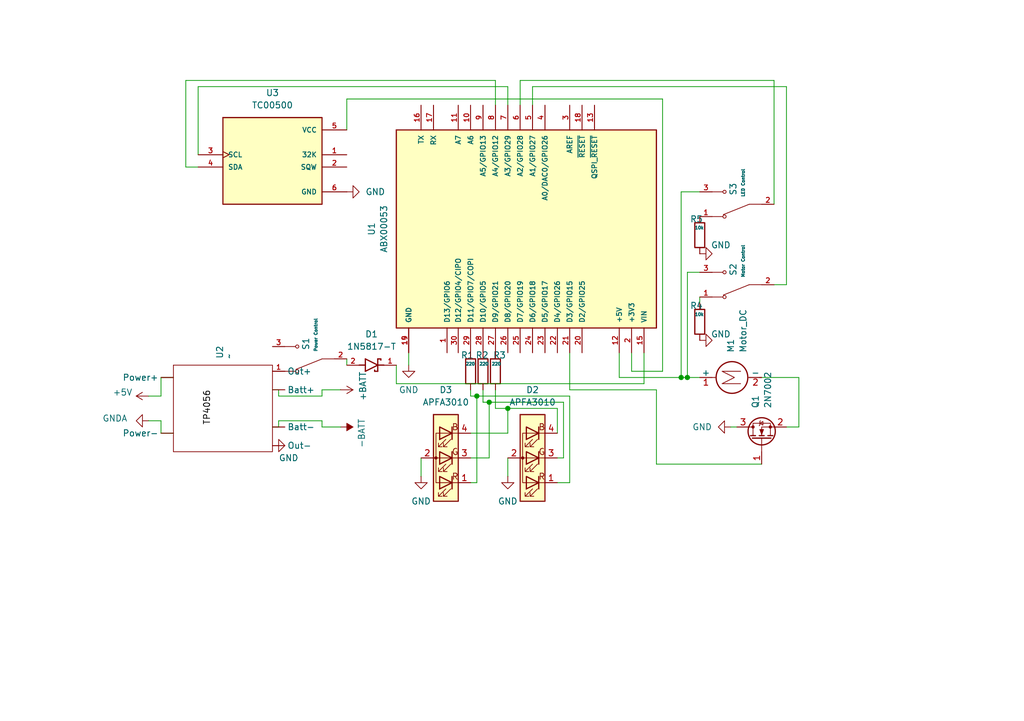
<source format=kicad_sch>
(kicad_sch
	(version 20250114)
	(generator "eeschema")
	(generator_version "9.0")
	(uuid "7c0f47de-90ce-4785-a6dc-489aaa231000")
	(paper "A5")
	(lib_symbols
		(symbol "Device:R"
			(pin_numbers
				(hide yes)
			)
			(pin_names
				(offset 0)
			)
			(exclude_from_sim no)
			(in_bom yes)
			(on_board yes)
			(property "Reference" "R"
				(at 2.032 0 90)
				(effects
					(font
						(size 1.27 1.27)
					)
				)
			)
			(property "Value" "R"
				(at 0 0 90)
				(effects
					(font
						(size 1.27 1.27)
					)
				)
			)
			(property "Footprint" ""
				(at -1.778 0 90)
				(effects
					(font
						(size 1.27 1.27)
					)
					(hide yes)
				)
			)
			(property "Datasheet" "~"
				(at 0 0 0)
				(effects
					(font
						(size 1.27 1.27)
					)
					(hide yes)
				)
			)
			(property "Description" "Resistor"
				(at 0 0 0)
				(effects
					(font
						(size 1.27 1.27)
					)
					(hide yes)
				)
			)
			(property "ki_keywords" "R res resistor"
				(at 0 0 0)
				(effects
					(font
						(size 1.27 1.27)
					)
					(hide yes)
				)
			)
			(property "ki_fp_filters" "R_*"
				(at 0 0 0)
				(effects
					(font
						(size 1.27 1.27)
					)
					(hide yes)
				)
			)
			(symbol "R_0_1"
				(rectangle
					(start -1.016 -2.54)
					(end 1.016 2.54)
					(stroke
						(width 0.254)
						(type default)
					)
					(fill
						(type none)
					)
				)
			)
			(symbol "R_1_1"
				(pin passive line
					(at 0 3.81 270)
					(length 1.27)
					(name "~"
						(effects
							(font
								(size 1.27 1.27)
							)
						)
					)
					(number "1"
						(effects
							(font
								(size 1.27 1.27)
							)
						)
					)
				)
				(pin passive line
					(at 0 -3.81 90)
					(length 1.27)
					(name "~"
						(effects
							(font
								(size 1.27 1.27)
							)
						)
					)
					(number "2"
						(effects
							(font
								(size 1.27 1.27)
							)
						)
					)
				)
			)
			(embedded_fonts no)
		)
		(symbol "LED:APFA3010"
			(pin_names
				(offset 0)
				(hide yes)
			)
			(exclude_from_sim no)
			(in_bom yes)
			(on_board yes)
			(property "Reference" "D"
				(at 0 10.16 0)
				(effects
					(font
						(size 1.27 1.27)
					)
				)
			)
			(property "Value" "APFA3010"
				(at 0 -10.16 0)
				(effects
					(font
						(size 1.27 1.27)
					)
				)
			)
			(property "Footprint" "LED_SMD:LED_Kingbright_APFA3010_3x1.5mm_Horizontal"
				(at 0 12.7 0)
				(effects
					(font
						(size 1.27 1.27)
					)
					(hide yes)
				)
			)
			(property "Datasheet" "http://www.kingbrightusa.com/images/catalog/SPEC/APFA3010LSEEZGKQBKC.pdf"
				(at 0 -11.43 0)
				(effects
					(font
						(size 1.27 1.27)
					)
					(hide yes)
				)
			)
			(property "Description" "LED RGB, Common Anode, SMD, 3.0x1.5mm, Horizontal"
				(at 0 0 0)
				(effects
					(font
						(size 1.27 1.27)
					)
					(hide yes)
				)
			)
			(property "ki_keywords" "LED RGB SMD Kingbright APFA3010 Horizontal"
				(at 0 0 0)
				(effects
					(font
						(size 1.27 1.27)
					)
					(hide yes)
				)
			)
			(property "ki_fp_filters" "*Kingbright*APFA3010*3x1.5mm*Horizontal*"
				(at 0 0 0)
				(effects
					(font
						(size 1.27 1.27)
					)
					(hide yes)
				)
			)
			(symbol "APFA3010_0_0"
				(text "R"
					(at -1.905 3.81 0)
					(effects
						(font
							(size 1.27 1.27)
						)
					)
				)
				(text "G"
					(at -1.905 -1.27 0)
					(effects
						(font
							(size 1.27 1.27)
						)
					)
				)
				(text "B"
					(at -1.905 -6.35 0)
					(effects
						(font
							(size 1.27 1.27)
						)
					)
				)
			)
			(symbol "APFA3010_0_1"
				(polyline
					(pts
						(xy -2.54 -5.08) (xy 1.27 -5.08)
					)
					(stroke
						(width 0)
						(type default)
					)
					(fill
						(type none)
					)
				)
				(rectangle
					(start -2.54 -8.89)
					(end 2.54 8.89)
					(stroke
						(width 0.254)
						(type default)
					)
					(fill
						(type background)
					)
				)
				(polyline
					(pts
						(xy -1.27 6.35) (xy -1.27 3.81)
					)
					(stroke
						(width 0.254)
						(type default)
					)
					(fill
						(type none)
					)
				)
				(polyline
					(pts
						(xy -1.27 1.27) (xy -1.27 -1.27)
					)
					(stroke
						(width 0.254)
						(type default)
					)
					(fill
						(type none)
					)
				)
				(polyline
					(pts
						(xy -1.27 -3.81) (xy -1.27 -6.35)
					)
					(stroke
						(width 0.254)
						(type default)
					)
					(fill
						(type none)
					)
				)
				(polyline
					(pts
						(xy -1.016 6.35) (xy 0.508 7.874) (xy -0.254 7.874) (xy 0.508 7.874) (xy 0.508 7.112)
					)
					(stroke
						(width 0)
						(type default)
					)
					(fill
						(type none)
					)
				)
				(polyline
					(pts
						(xy -1.016 1.27) (xy 0.508 2.794) (xy -0.254 2.794) (xy 0.508 2.794) (xy 0.508 2.032)
					)
					(stroke
						(width 0)
						(type default)
					)
					(fill
						(type none)
					)
				)
				(polyline
					(pts
						(xy -1.016 -3.81) (xy 0.508 -2.286) (xy -0.254 -2.286) (xy 0.508 -2.286) (xy 0.508 -3.048)
					)
					(stroke
						(width 0)
						(type default)
					)
					(fill
						(type none)
					)
				)
				(polyline
					(pts
						(xy 0 6.35) (xy 1.524 7.874) (xy 0.762 7.874) (xy 1.524 7.874) (xy 1.524 7.112)
					)
					(stroke
						(width 0)
						(type default)
					)
					(fill
						(type none)
					)
				)
				(polyline
					(pts
						(xy 0 1.27) (xy 1.524 2.794) (xy 0.762 2.794) (xy 1.524 2.794) (xy 1.524 2.032)
					)
					(stroke
						(width 0)
						(type default)
					)
					(fill
						(type none)
					)
				)
				(polyline
					(pts
						(xy 0 -3.81) (xy 1.524 -2.286) (xy 0.762 -2.286) (xy 1.524 -2.286) (xy 1.524 -3.048)
					)
					(stroke
						(width 0)
						(type default)
					)
					(fill
						(type none)
					)
				)
				(polyline
					(pts
						(xy 1.27 6.35) (xy 1.27 3.81) (xy -1.27 5.08) (xy 1.27 6.35)
					)
					(stroke
						(width 0.254)
						(type default)
					)
					(fill
						(type none)
					)
				)
				(rectangle
					(start 1.27 6.35)
					(end 1.27 6.35)
					(stroke
						(width 0)
						(type default)
					)
					(fill
						(type none)
					)
				)
				(polyline
					(pts
						(xy 1.27 5.08) (xy -2.54 5.08)
					)
					(stroke
						(width 0)
						(type default)
					)
					(fill
						(type none)
					)
				)
				(polyline
					(pts
						(xy 1.27 1.27) (xy 1.27 -1.27) (xy -1.27 0) (xy 1.27 1.27)
					)
					(stroke
						(width 0.254)
						(type default)
					)
					(fill
						(type none)
					)
				)
				(polyline
					(pts
						(xy 1.27 -3.81) (xy 1.27 -6.35) (xy -1.27 -5.08) (xy 1.27 -3.81)
					)
					(stroke
						(width 0.254)
						(type default)
					)
					(fill
						(type none)
					)
				)
				(polyline
					(pts
						(xy 1.27 -5.08) (xy 2.032 -5.08) (xy 2.032 5.08) (xy 1.27 5.08)
					)
					(stroke
						(width 0)
						(type default)
					)
					(fill
						(type none)
					)
				)
				(circle
					(center 2.032 0)
					(radius 0.254)
					(stroke
						(width 0)
						(type default)
					)
					(fill
						(type outline)
					)
				)
				(polyline
					(pts
						(xy 2.54 0) (xy -2.54 0)
					)
					(stroke
						(width 0)
						(type default)
					)
					(fill
						(type none)
					)
				)
			)
			(symbol "APFA3010_1_1"
				(pin input line
					(at -5.08 5.08 0)
					(length 2.54)
					(name "R"
						(effects
							(font
								(size 1.27 1.27)
							)
						)
					)
					(number "1"
						(effects
							(font
								(size 1.27 1.27)
							)
						)
					)
				)
				(pin input line
					(at -5.08 0 0)
					(length 2.54)
					(name "G"
						(effects
							(font
								(size 1.27 1.27)
							)
						)
					)
					(number "3"
						(effects
							(font
								(size 1.27 1.27)
							)
						)
					)
				)
				(pin input line
					(at -5.08 -5.08 0)
					(length 2.54)
					(name "B"
						(effects
							(font
								(size 1.27 1.27)
							)
						)
					)
					(number "4"
						(effects
							(font
								(size 1.27 1.27)
							)
						)
					)
				)
				(pin power_in line
					(at 5.08 0 180)
					(length 2.54)
					(name "A"
						(effects
							(font
								(size 1.27 1.27)
							)
						)
					)
					(number "2"
						(effects
							(font
								(size 1.27 1.27)
							)
						)
					)
				)
			)
			(embedded_fonts no)
		)
		(symbol "Motor:Motor_DC"
			(pin_names
				(offset 0)
			)
			(exclude_from_sim no)
			(in_bom yes)
			(on_board yes)
			(property "Reference" "M"
				(at 2.54 2.54 0)
				(effects
					(font
						(size 1.27 1.27)
					)
					(justify left)
				)
			)
			(property "Value" "Motor_DC"
				(at 2.54 -5.08 0)
				(effects
					(font
						(size 1.27 1.27)
					)
					(justify left top)
				)
			)
			(property "Footprint" ""
				(at 0 -2.286 0)
				(effects
					(font
						(size 1.27 1.27)
					)
					(hide yes)
				)
			)
			(property "Datasheet" "~"
				(at 0 -2.286 0)
				(effects
					(font
						(size 1.27 1.27)
					)
					(hide yes)
				)
			)
			(property "Description" "DC Motor"
				(at 0 0 0)
				(effects
					(font
						(size 1.27 1.27)
					)
					(hide yes)
				)
			)
			(property "ki_keywords" "DC Motor"
				(at 0 0 0)
				(effects
					(font
						(size 1.27 1.27)
					)
					(hide yes)
				)
			)
			(property "ki_fp_filters" "PinHeader*P2.54mm* TerminalBlock*"
				(at 0 0 0)
				(effects
					(font
						(size 1.27 1.27)
					)
					(hide yes)
				)
			)
			(symbol "Motor_DC_0_0"
				(polyline
					(pts
						(xy -1.27 -3.302) (xy -1.27 0.508) (xy 0 -2.032) (xy 1.27 0.508) (xy 1.27 -3.302)
					)
					(stroke
						(width 0)
						(type default)
					)
					(fill
						(type none)
					)
				)
			)
			(symbol "Motor_DC_0_1"
				(polyline
					(pts
						(xy 0 2.032) (xy 0 2.54)
					)
					(stroke
						(width 0)
						(type default)
					)
					(fill
						(type none)
					)
				)
				(polyline
					(pts
						(xy 0 1.7272) (xy 0 2.0828)
					)
					(stroke
						(width 0)
						(type default)
					)
					(fill
						(type none)
					)
				)
				(circle
					(center 0 -1.524)
					(radius 3.2512)
					(stroke
						(width 0.254)
						(type default)
					)
					(fill
						(type none)
					)
				)
				(polyline
					(pts
						(xy 0 -4.7752) (xy 0 -5.1816)
					)
					(stroke
						(width 0)
						(type default)
					)
					(fill
						(type none)
					)
				)
				(polyline
					(pts
						(xy 0 -7.62) (xy 0 -7.112)
					)
					(stroke
						(width 0)
						(type default)
					)
					(fill
						(type none)
					)
				)
			)
			(symbol "Motor_DC_1_1"
				(pin passive line
					(at 0 5.08 270)
					(length 2.54)
					(name "+"
						(effects
							(font
								(size 1.27 1.27)
							)
						)
					)
					(number "1"
						(effects
							(font
								(size 1.27 1.27)
							)
						)
					)
				)
				(pin passive line
					(at 0 -7.62 90)
					(length 2.54)
					(name "-"
						(effects
							(font
								(size 1.27 1.27)
							)
						)
					)
					(number "2"
						(effects
							(font
								(size 1.27 1.27)
							)
						)
					)
				)
			)
			(embedded_fonts no)
		)
		(symbol "New_Library:1N5817-T"
			(pin_names
				(offset 1.016)
			)
			(exclude_from_sim no)
			(in_bom yes)
			(on_board yes)
			(property "Reference" "D"
				(at -5.08 2.54 0)
				(effects
					(font
						(size 1.27 1.27)
					)
					(justify left bottom)
				)
			)
			(property "Value" "1N5817-T"
				(at -5.08 -3.81 0)
				(effects
					(font
						(size 1.27 1.27)
					)
					(justify left bottom)
				)
			)
			(property "Footprint" "1N5817-T:DIOAD1039W78L463D236"
				(at 0 0 0)
				(effects
					(font
						(size 1.27 1.27)
					)
					(justify bottom)
					(hide yes)
				)
			)
			(property "Datasheet" ""
				(at 0 0 0)
				(effects
					(font
						(size 1.27 1.27)
					)
					(hide yes)
				)
			)
			(property "Description" ""
				(at 0 0 0)
				(effects
					(font
						(size 1.27 1.27)
					)
					(hide yes)
				)
			)
			(property "MF" "Diodes Inc."
				(at 0 0 0)
				(effects
					(font
						(size 1.27 1.27)
					)
					(justify bottom)
					(hide yes)
				)
			)
			(property "SNAPEDA_PACKAGE_ID" "5539"
				(at 0 0 0)
				(effects
					(font
						(size 1.27 1.27)
					)
					(justify bottom)
					(hide yes)
				)
			)
			(property "Package" "DO-41 Diodes Inc."
				(at 0 0 0)
				(effects
					(font
						(size 1.27 1.27)
					)
					(justify bottom)
					(hide yes)
				)
			)
			(property "Price" "None"
				(at 0 0 0)
				(effects
					(font
						(size 1.27 1.27)
					)
					(justify bottom)
					(hide yes)
				)
			)
			(property "Check_prices" "https://www.snapeda.com/parts/1N5817-T/Diodes+Inc./view-part/?ref=eda"
				(at 0 0 0)
				(effects
					(font
						(size 1.27 1.27)
					)
					(justify bottom)
					(hide yes)
				)
			)
			(property "STANDARD" "IPC 7351B"
				(at 0 0 0)
				(effects
					(font
						(size 1.27 1.27)
					)
					(justify bottom)
					(hide yes)
				)
			)
			(property "PARTREV" "10-2"
				(at 0 0 0)
				(effects
					(font
						(size 1.27 1.27)
					)
					(justify bottom)
					(hide yes)
				)
			)
			(property "SnapEDA_Link" "https://www.snapeda.com/parts/1N5817-T/Diodes+Inc./view-part/?ref=snap"
				(at 0 0 0)
				(effects
					(font
						(size 1.27 1.27)
					)
					(justify bottom)
					(hide yes)
				)
			)
			(property "MP" "1N5817-T"
				(at 0 0 0)
				(effects
					(font
						(size 1.27 1.27)
					)
					(justify bottom)
					(hide yes)
				)
			)
			(property "Description_1" "Diode Schottky 20 V 1A Through Hole DO-41"
				(at 0 0 0)
				(effects
					(font
						(size 1.27 1.27)
					)
					(justify bottom)
					(hide yes)
				)
			)
			(property "MANUFACTURER" "Diodes Inc."
				(at 0 0 0)
				(effects
					(font
						(size 1.27 1.27)
					)
					(justify bottom)
					(hide yes)
				)
			)
			(property "Availability" "In Stock"
				(at 0 0 0)
				(effects
					(font
						(size 1.27 1.27)
					)
					(justify bottom)
					(hide yes)
				)
			)
			(property "MAXIMUM_PACKAGE_HEIGHT" "2.72 mm"
				(at 0 0 0)
				(effects
					(font
						(size 1.27 1.27)
					)
					(justify bottom)
					(hide yes)
				)
			)
			(symbol "1N5817-T_0_0"
				(polyline
					(pts
						(xy -2.54 0) (xy -1.27 0)
					)
					(stroke
						(width 0.254)
						(type default)
					)
					(fill
						(type none)
					)
				)
				(polyline
					(pts
						(xy -1.27 1.27) (xy -1.27 0)
					)
					(stroke
						(width 0.254)
						(type default)
					)
					(fill
						(type none)
					)
				)
				(polyline
					(pts
						(xy -1.27 0) (xy -1.27 -1.27)
					)
					(stroke
						(width 0.254)
						(type default)
					)
					(fill
						(type none)
					)
				)
				(polyline
					(pts
						(xy -1.27 -1.27) (xy 1.27 0)
					)
					(stroke
						(width 0.254)
						(type default)
					)
					(fill
						(type none)
					)
				)
				(polyline
					(pts
						(xy 0.635 -1.016) (xy 0.635 -1.27)
					)
					(stroke
						(width 0.254)
						(type default)
					)
					(fill
						(type none)
					)
				)
				(polyline
					(pts
						(xy 1.27 1.27) (xy 1.27 0)
					)
					(stroke
						(width 0.254)
						(type default)
					)
					(fill
						(type none)
					)
				)
				(polyline
					(pts
						(xy 1.27 0) (xy -1.27 1.27)
					)
					(stroke
						(width 0.254)
						(type default)
					)
					(fill
						(type none)
					)
				)
				(polyline
					(pts
						(xy 1.27 0) (xy 1.27 -1.27)
					)
					(stroke
						(width 0.254)
						(type default)
					)
					(fill
						(type none)
					)
				)
				(polyline
					(pts
						(xy 1.27 -1.27) (xy 0.635 -1.27)
					)
					(stroke
						(width 0.254)
						(type default)
					)
					(fill
						(type none)
					)
				)
				(polyline
					(pts
						(xy 1.905 1.27) (xy 1.27 1.27)
					)
					(stroke
						(width 0.254)
						(type default)
					)
					(fill
						(type none)
					)
				)
				(polyline
					(pts
						(xy 1.905 1.27) (xy 1.905 1.016)
					)
					(stroke
						(width 0.254)
						(type default)
					)
					(fill
						(type none)
					)
				)
				(polyline
					(pts
						(xy 2.54 0) (xy 1.27 0)
					)
					(stroke
						(width 0.254)
						(type default)
					)
					(fill
						(type none)
					)
				)
				(pin passive line
					(at -5.08 0 0)
					(length 2.54)
					(name "~"
						(effects
							(font
								(size 1.016 1.016)
							)
						)
					)
					(number "2"
						(effects
							(font
								(size 1.016 1.016)
							)
						)
					)
				)
				(pin passive line
					(at 5.08 0 180)
					(length 2.54)
					(name "~"
						(effects
							(font
								(size 1.016 1.016)
							)
						)
					)
					(number "1"
						(effects
							(font
								(size 1.016 1.016)
							)
						)
					)
				)
			)
			(embedded_fonts no)
		)
		(symbol "New_Library:500SSP1S1M2REA"
			(pin_names
				(offset 1.016)
			)
			(exclude_from_sim no)
			(in_bom yes)
			(on_board yes)
			(property "Reference" "S"
				(at -2.54 5.08 0)
				(effects
					(font
						(size 1.27 1.27)
					)
					(justify left bottom)
				)
			)
			(property "Value" "500SSP1S1M2REA"
				(at -2.54 -5.08 0)
				(effects
					(font
						(size 1.27 1.27)
					)
					(justify left top)
				)
			)
			(property "Footprint" "500SSP1S1M2REA:SW_500SSP1S1M2REA"
				(at 0 0 0)
				(effects
					(font
						(size 1.27 1.27)
					)
					(justify bottom)
					(hide yes)
				)
			)
			(property "Datasheet" ""
				(at 0 0 0)
				(effects
					(font
						(size 1.27 1.27)
					)
					(hide yes)
				)
			)
			(property "Description" ""
				(at 0 0 0)
				(effects
					(font
						(size 1.27 1.27)
					)
					(hide yes)
				)
			)
			(property "MF" "E-Switch"
				(at 0 0 0)
				(effects
					(font
						(size 1.27 1.27)
					)
					(justify bottom)
					(hide yes)
				)
			)
			(property "Purchase-URL" "https://pricing.snapeda.com/search/part/500SSP1S1M2REA/?ref=eda"
				(at 0 0 0)
				(effects
					(font
						(size 1.27 1.27)
					)
					(justify bottom)
					(hide yes)
				)
			)
			(property "Package" "None"
				(at 0 0 0)
				(effects
					(font
						(size 1.27 1.27)
					)
					(justify bottom)
					(hide yes)
				)
			)
			(property "Price" "None"
				(at 0 0 0)
				(effects
					(font
						(size 1.27 1.27)
					)
					(justify bottom)
					(hide yes)
				)
			)
			(property "Check_prices" "https://www.snapeda.com/parts/500SSP1S1M2REA/E-Switch/view-part/?ref=eda"
				(at 0 0 0)
				(effects
					(font
						(size 1.27 1.27)
					)
					(justify bottom)
					(hide yes)
				)
			)
			(property "SnapEDA_Link" "https://www.snapeda.com/parts/500SSP1S1M2REA/E-Switch/view-part/?ref=snap"
				(at 0 0 0)
				(effects
					(font
						(size 1.27 1.27)
					)
					(justify bottom)
					(hide yes)
				)
			)
			(property "MP" "500SSP1S1M2REA"
				(at 0 0 0)
				(effects
					(font
						(size 1.27 1.27)
					)
					(justify bottom)
					(hide yes)
				)
			)
			(property "Availability" "In Stock"
				(at 0 0 0)
				(effects
					(font
						(size 1.27 1.27)
					)
					(justify bottom)
					(hide yes)
				)
			)
			(property "Description_1" "SWITCH SLIDE SPDT 0.4VA 20V"
				(at 0 0 0)
				(effects
					(font
						(size 1.27 1.27)
					)
					(justify bottom)
					(hide yes)
				)
			)
			(symbol "500SSP1S1M2REA_0_0"
				(polyline
					(pts
						(xy -2.54 0) (xy -5.08 0)
					)
					(stroke
						(width 0.1524)
						(type default)
					)
					(fill
						(type none)
					)
				)
				(polyline
					(pts
						(xy -2.54 0) (xy 2.794 2.1336)
					)
					(stroke
						(width 0.1524)
						(type default)
					)
					(fill
						(type none)
					)
				)
				(circle
					(center 2.54 2.54)
					(radius 0.3302)
					(stroke
						(width 0.1524)
						(type default)
					)
					(fill
						(type none)
					)
				)
				(circle
					(center 2.54 -2.54)
					(radius 0.3302)
					(stroke
						(width 0.1524)
						(type default)
					)
					(fill
						(type none)
					)
				)
				(polyline
					(pts
						(xy 5.08 2.54) (xy 2.921 2.54)
					)
					(stroke
						(width 0.1524)
						(type default)
					)
					(fill
						(type none)
					)
				)
				(polyline
					(pts
						(xy 5.08 -2.54) (xy 2.921 -2.54)
					)
					(stroke
						(width 0.1524)
						(type default)
					)
					(fill
						(type none)
					)
				)
				(pin passive line
					(at -7.62 0 0)
					(length 2.54)
					(name "~"
						(effects
							(font
								(size 1.016 1.016)
							)
						)
					)
					(number "2"
						(effects
							(font
								(size 1.016 1.016)
							)
						)
					)
				)
				(pin passive line
					(at 7.62 2.54 180)
					(length 2.54)
					(name "~"
						(effects
							(font
								(size 1.016 1.016)
							)
						)
					)
					(number "1"
						(effects
							(font
								(size 1.016 1.016)
							)
						)
					)
				)
				(pin passive line
					(at 7.62 -2.54 180)
					(length 2.54)
					(name "~"
						(effects
							(font
								(size 1.016 1.016)
							)
						)
					)
					(number "3"
						(effects
							(font
								(size 1.016 1.016)
							)
						)
					)
				)
			)
			(embedded_fonts no)
		)
		(symbol "New_Library:ABX00053"
			(pin_names
				(offset 1.016)
			)
			(exclude_from_sim no)
			(in_bom yes)
			(on_board yes)
			(property "Reference" "U"
				(at -20.32 26.289 0)
				(effects
					(font
						(size 1.27 1.27)
					)
					(justify left bottom)
				)
			)
			(property "Value" "ABX00053"
				(at -20.32 -30.48 0)
				(effects
					(font
						(size 1.27 1.27)
					)
					(justify left bottom)
				)
			)
			(property "Footprint" "ABX00053:MODULE_ABX00053"
				(at 0 0 0)
				(effects
					(font
						(size 1.27 1.27)
					)
					(justify bottom)
					(hide yes)
				)
			)
			(property "Datasheet" ""
				(at 0 0 0)
				(effects
					(font
						(size 1.27 1.27)
					)
					(hide yes)
				)
			)
			(property "Description" ""
				(at 0 0 0)
				(effects
					(font
						(size 1.27 1.27)
					)
					(hide yes)
				)
			)
			(property "MF" "Arduino"
				(at 0 0 0)
				(effects
					(font
						(size 1.27 1.27)
					)
					(justify bottom)
					(hide yes)
				)
			)
			(property "Description_1" "The Arduino Nano RP2040 Connect with Headers (ABX00053) is a development board featuring the ARM® Cortex®-M0+ MCU, specifically the Raspberry Pi RP2040. This board includes the NINA-W102 module for seamless WiFi and Bluetooth connectivity, making it ideal for IoT applications. It offers a comprehensive set of GPIOs, including 22 digital, 8 analog, and 2 PWM pins, and supports the Arduino Nano interconnect system. With a processor clock speed of 133 MHz and a logic level voltage of 3.3V, this board is breadboard-friendly and compatible with the Arduino IDE for easy programming."
				(at 0 0 0)
				(effects
					(font
						(size 1.27 1.27)
					)
					(justify bottom)
					(hide yes)
				)
			)
			(property "Package" "None"
				(at 0 0 0)
				(effects
					(font
						(size 1.27 1.27)
					)
					(justify bottom)
					(hide yes)
				)
			)
			(property "Price" "None"
				(at 0 0 0)
				(effects
					(font
						(size 1.27 1.27)
					)
					(justify bottom)
					(hide yes)
				)
			)
			(property "Check_prices" "https://www.snapeda.com/parts/ABX00053/Arduino/view-part/?ref=eda"
				(at 0 0 0)
				(effects
					(font
						(size 1.27 1.27)
					)
					(justify bottom)
					(hide yes)
				)
			)
			(property "STANDARD" "Manufacturer Recommendations"
				(at 0 0 0)
				(effects
					(font
						(size 1.27 1.27)
					)
					(justify bottom)
					(hide yes)
				)
			)
			(property "PARTREV" "Rev. 01 - 14/05/2021"
				(at 0 0 0)
				(effects
					(font
						(size 1.27 1.27)
					)
					(justify bottom)
					(hide yes)
				)
			)
			(property "SnapEDA_Link" "https://www.snapeda.com/parts/ABX00053/Arduino/view-part/?ref=snap"
				(at 0 0 0)
				(effects
					(font
						(size 1.27 1.27)
					)
					(justify bottom)
					(hide yes)
				)
			)
			(property "MP" "ABX00053"
				(at 0 0 0)
				(effects
					(font
						(size 1.27 1.27)
					)
					(justify bottom)
					(hide yes)
				)
			)
			(property "Availability" "In Stock"
				(at 0 0 0)
				(effects
					(font
						(size 1.27 1.27)
					)
					(justify bottom)
					(hide yes)
				)
			)
			(property "MANUFACTURER" "Arduino"
				(at 0 0 0)
				(effects
					(font
						(size 1.27 1.27)
					)
					(justify bottom)
					(hide yes)
				)
			)
			(symbol "ABX00053_0_0"
				(rectangle
					(start -20.32 -27.94)
					(end 20.32 25.4)
					(stroke
						(width 0.254)
						(type default)
					)
					(fill
						(type background)
					)
				)
				(pin input line
					(at -25.4 12.7 0)
					(length 5.08)
					(name "QSPI_~{RESET}"
						(effects
							(font
								(size 1.016 1.016)
							)
						)
					)
					(number "13"
						(effects
							(font
								(size 1.016 1.016)
							)
						)
					)
				)
				(pin input line
					(at -25.4 10.16 0)
					(length 5.08)
					(name "~{RESET}"
						(effects
							(font
								(size 1.016 1.016)
							)
						)
					)
					(number "18"
						(effects
							(font
								(size 1.016 1.016)
							)
						)
					)
				)
				(pin bidirectional line
					(at -25.4 7.62 0)
					(length 5.08)
					(name "AREF"
						(effects
							(font
								(size 1.016 1.016)
							)
						)
					)
					(number "3"
						(effects
							(font
								(size 1.016 1.016)
							)
						)
					)
				)
				(pin bidirectional line
					(at -25.4 2.54 0)
					(length 5.08)
					(name "A0/DAC0/GPIO26"
						(effects
							(font
								(size 1.016 1.016)
							)
						)
					)
					(number "4"
						(effects
							(font
								(size 1.016 1.016)
							)
						)
					)
				)
				(pin bidirectional line
					(at -25.4 0 0)
					(length 5.08)
					(name "A1/GPIO27"
						(effects
							(font
								(size 1.016 1.016)
							)
						)
					)
					(number "5"
						(effects
							(font
								(size 1.016 1.016)
							)
						)
					)
				)
				(pin bidirectional line
					(at -25.4 -2.54 0)
					(length 5.08)
					(name "A2/GPIO28"
						(effects
							(font
								(size 1.016 1.016)
							)
						)
					)
					(number "6"
						(effects
							(font
								(size 1.016 1.016)
							)
						)
					)
				)
				(pin bidirectional line
					(at -25.4 -5.08 0)
					(length 5.08)
					(name "A3/GPIO29"
						(effects
							(font
								(size 1.016 1.016)
							)
						)
					)
					(number "7"
						(effects
							(font
								(size 1.016 1.016)
							)
						)
					)
				)
				(pin bidirectional line
					(at -25.4 -7.62 0)
					(length 5.08)
					(name "A4/GPIO12"
						(effects
							(font
								(size 1.016 1.016)
							)
						)
					)
					(number "8"
						(effects
							(font
								(size 1.016 1.016)
							)
						)
					)
				)
				(pin bidirectional line
					(at -25.4 -10.16 0)
					(length 5.08)
					(name "A5/GPIO13"
						(effects
							(font
								(size 1.016 1.016)
							)
						)
					)
					(number "9"
						(effects
							(font
								(size 1.016 1.016)
							)
						)
					)
				)
				(pin bidirectional line
					(at -25.4 -12.7 0)
					(length 5.08)
					(name "A6"
						(effects
							(font
								(size 1.016 1.016)
							)
						)
					)
					(number "10"
						(effects
							(font
								(size 1.016 1.016)
							)
						)
					)
				)
				(pin bidirectional line
					(at -25.4 -15.24 0)
					(length 5.08)
					(name "A7"
						(effects
							(font
								(size 1.016 1.016)
							)
						)
					)
					(number "11"
						(effects
							(font
								(size 1.016 1.016)
							)
						)
					)
				)
				(pin bidirectional line
					(at -25.4 -20.32 0)
					(length 5.08)
					(name "RX"
						(effects
							(font
								(size 1.016 1.016)
							)
						)
					)
					(number "17"
						(effects
							(font
								(size 1.016 1.016)
							)
						)
					)
				)
				(pin bidirectional line
					(at -25.4 -22.86 0)
					(length 5.08)
					(name "TX"
						(effects
							(font
								(size 1.016 1.016)
							)
						)
					)
					(number "16"
						(effects
							(font
								(size 1.016 1.016)
							)
						)
					)
				)
				(pin power_in line
					(at 25.4 22.86 180)
					(length 5.08)
					(name "VIN"
						(effects
							(font
								(size 1.016 1.016)
							)
						)
					)
					(number "15"
						(effects
							(font
								(size 1.016 1.016)
							)
						)
					)
				)
				(pin power_in line
					(at 25.4 20.32 180)
					(length 5.08)
					(name "+3V3"
						(effects
							(font
								(size 1.016 1.016)
							)
						)
					)
					(number "2"
						(effects
							(font
								(size 1.016 1.016)
							)
						)
					)
				)
				(pin power_in line
					(at 25.4 17.78 180)
					(length 5.08)
					(name "+5V"
						(effects
							(font
								(size 1.016 1.016)
							)
						)
					)
					(number "12"
						(effects
							(font
								(size 1.016 1.016)
							)
						)
					)
				)
				(pin bidirectional line
					(at 25.4 10.16 180)
					(length 5.08)
					(name "D2/GPIO25"
						(effects
							(font
								(size 1.016 1.016)
							)
						)
					)
					(number "20"
						(effects
							(font
								(size 1.016 1.016)
							)
						)
					)
				)
				(pin bidirectional line
					(at 25.4 7.62 180)
					(length 5.08)
					(name "D3/GPIO15"
						(effects
							(font
								(size 1.016 1.016)
							)
						)
					)
					(number "21"
						(effects
							(font
								(size 1.016 1.016)
							)
						)
					)
				)
				(pin bidirectional line
					(at 25.4 5.08 180)
					(length 5.08)
					(name "D4/GPIO26"
						(effects
							(font
								(size 1.016 1.016)
							)
						)
					)
					(number "22"
						(effects
							(font
								(size 1.016 1.016)
							)
						)
					)
				)
				(pin bidirectional line
					(at 25.4 2.54 180)
					(length 5.08)
					(name "D5/GPIO17"
						(effects
							(font
								(size 1.016 1.016)
							)
						)
					)
					(number "23"
						(effects
							(font
								(size 1.016 1.016)
							)
						)
					)
				)
				(pin bidirectional line
					(at 25.4 0 180)
					(length 5.08)
					(name "D6/GPIO18"
						(effects
							(font
								(size 1.016 1.016)
							)
						)
					)
					(number "24"
						(effects
							(font
								(size 1.016 1.016)
							)
						)
					)
				)
				(pin bidirectional line
					(at 25.4 -2.54 180)
					(length 5.08)
					(name "D7/GPIO19"
						(effects
							(font
								(size 1.016 1.016)
							)
						)
					)
					(number "25"
						(effects
							(font
								(size 1.016 1.016)
							)
						)
					)
				)
				(pin bidirectional line
					(at 25.4 -5.08 180)
					(length 5.08)
					(name "D8/GPIO20"
						(effects
							(font
								(size 1.016 1.016)
							)
						)
					)
					(number "26"
						(effects
							(font
								(size 1.016 1.016)
							)
						)
					)
				)
				(pin bidirectional line
					(at 25.4 -7.62 180)
					(length 5.08)
					(name "D9/GPIO21"
						(effects
							(font
								(size 1.016 1.016)
							)
						)
					)
					(number "27"
						(effects
							(font
								(size 1.016 1.016)
							)
						)
					)
				)
				(pin bidirectional line
					(at 25.4 -10.16 180)
					(length 5.08)
					(name "D10/GPIO5"
						(effects
							(font
								(size 1.016 1.016)
							)
						)
					)
					(number "28"
						(effects
							(font
								(size 1.016 1.016)
							)
						)
					)
				)
				(pin bidirectional line
					(at 25.4 -12.7 180)
					(length 5.08)
					(name "D11/GPIO7/COPI"
						(effects
							(font
								(size 1.016 1.016)
							)
						)
					)
					(number "29"
						(effects
							(font
								(size 1.016 1.016)
							)
						)
					)
				)
				(pin bidirectional line
					(at 25.4 -15.24 180)
					(length 5.08)
					(name "D12/GPIO4/CIPO"
						(effects
							(font
								(size 1.016 1.016)
							)
						)
					)
					(number "30"
						(effects
							(font
								(size 1.016 1.016)
							)
						)
					)
				)
				(pin bidirectional line
					(at 25.4 -17.526 180)
					(length 5.08)
					(name "D13/GPIO6"
						(effects
							(font
								(size 1.016 1.016)
							)
						)
					)
					(number "1"
						(effects
							(font
								(size 1.016 1.016)
							)
						)
					)
				)
				(pin power_in line
					(at 25.4 -25.4 180)
					(length 5.08)
					(name "GND"
						(effects
							(font
								(size 1.016 1.016)
							)
						)
					)
					(number "14"
						(effects
							(font
								(size 1.016 1.016)
							)
						)
					)
				)
				(pin power_in line
					(at 25.4 -25.4 180)
					(length 5.08)
					(name "GND"
						(effects
							(font
								(size 1.016 1.016)
							)
						)
					)
					(number "19"
						(effects
							(font
								(size 1.016 1.016)
							)
						)
					)
				)
			)
			(embedded_fonts no)
		)
		(symbol "New_Library:TC00500"
			(pin_names
				(offset 1.016)
			)
			(exclude_from_sim no)
			(in_bom yes)
			(on_board yes)
			(property "Reference" "U"
				(at -10.16 8.89 0)
				(effects
					(font
						(size 1.27 1.27)
					)
					(justify left bottom)
				)
			)
			(property "Value" "TC00500"
				(at -10.16 -11.43 0)
				(effects
					(font
						(size 1.27 1.27)
					)
					(justify left top)
				)
			)
			(property "Footprint" "TC00500:MODULE_TC00500"
				(at 0 0 0)
				(effects
					(font
						(size 1.27 1.27)
					)
					(justify bottom)
					(hide yes)
				)
			)
			(property "Datasheet" ""
				(at 0 0 0)
				(effects
					(font
						(size 1.27 1.27)
					)
					(hide yes)
				)
			)
			(property "Description" ""
				(at 0 0 0)
				(effects
					(font
						(size 1.27 1.27)
					)
					(hide yes)
				)
			)
			(property "MF" "YKS"
				(at 0 0 0)
				(effects
					(font
						(size 1.27 1.27)
					)
					(justify bottom)
					(hide yes)
				)
			)
			(property "MAXIMUM_PACKAGE_HEIGHT" "37.5 mm"
				(at 0 0 0)
				(effects
					(font
						(size 1.27 1.27)
					)
					(justify bottom)
					(hide yes)
				)
			)
			(property "Package" "None"
				(at 0 0 0)
				(effects
					(font
						(size 1.27 1.27)
					)
					(justify bottom)
					(hide yes)
				)
			)
			(property "Price" "None"
				(at 0 0 0)
				(effects
					(font
						(size 1.27 1.27)
					)
					(justify bottom)
					(hide yes)
				)
			)
			(property "Check_prices" "https://www.snapeda.com/parts/TC00500/YKS/view-part/?ref=eda"
				(at 0 0 0)
				(effects
					(font
						(size 1.27 1.27)
					)
					(justify bottom)
					(hide yes)
				)
			)
			(property "STANDARD" "Manufacturer Recommendations"
				(at 0 0 0)
				(effects
					(font
						(size 1.27 1.27)
					)
					(justify bottom)
					(hide yes)
				)
			)
			(property "PARTREV" "N/A"
				(at 0 0 0)
				(effects
					(font
						(size 1.27 1.27)
					)
					(justify bottom)
					(hide yes)
				)
			)
			(property "SnapEDA_Link" "https://www.snapeda.com/parts/TC00500/YKS/view-part/?ref=snap"
				(at 0 0 0)
				(effects
					(font
						(size 1.27 1.27)
					)
					(justify bottom)
					(hide yes)
				)
			)
			(property "MP" "TC00500"
				(at 0 0 0)
				(effects
					(font
						(size 1.27 1.27)
					)
					(justify bottom)
					(hide yes)
				)
			)
			(property "Description_1" "DS3231 AT24C32 IIC module precision Real time clock quare memory for Arduino"
				(at 0 0 0)
				(effects
					(font
						(size 1.27 1.27)
					)
					(justify bottom)
					(hide yes)
				)
			)
			(property "Availability" "Not in stock"
				(at 0 0 0)
				(effects
					(font
						(size 1.27 1.27)
					)
					(justify bottom)
					(hide yes)
				)
			)
			(property "MANUFACTURER" "YKS"
				(at 0 0 0)
				(effects
					(font
						(size 1.27 1.27)
					)
					(justify bottom)
					(hide yes)
				)
			)
			(symbol "TC00500_0_0"
				(rectangle
					(start -10.16 -10.16)
					(end 10.16 7.62)
					(stroke
						(width 0.254)
						(type default)
					)
					(fill
						(type background)
					)
				)
				(pin input clock
					(at -15.24 0 0)
					(length 5.08)
					(name "SCL"
						(effects
							(font
								(size 1.016 1.016)
							)
						)
					)
					(number "3"
						(effects
							(font
								(size 1.016 1.016)
							)
						)
					)
				)
				(pin bidirectional line
					(at -15.24 -2.54 0)
					(length 5.08)
					(name "SDA"
						(effects
							(font
								(size 1.016 1.016)
							)
						)
					)
					(number "4"
						(effects
							(font
								(size 1.016 1.016)
							)
						)
					)
				)
				(pin power_in line
					(at 15.24 5.08 180)
					(length 5.08)
					(name "VCC"
						(effects
							(font
								(size 1.016 1.016)
							)
						)
					)
					(number "5"
						(effects
							(font
								(size 1.016 1.016)
							)
						)
					)
				)
				(pin output line
					(at 15.24 0 180)
					(length 5.08)
					(name "32K"
						(effects
							(font
								(size 1.016 1.016)
							)
						)
					)
					(number "1"
						(effects
							(font
								(size 1.016 1.016)
							)
						)
					)
				)
				(pin output line
					(at 15.24 -2.54 180)
					(length 5.08)
					(name "SQW"
						(effects
							(font
								(size 1.016 1.016)
							)
						)
					)
					(number "2"
						(effects
							(font
								(size 1.016 1.016)
							)
						)
					)
				)
				(pin power_in line
					(at 15.24 -7.62 180)
					(length 5.08)
					(name "GND"
						(effects
							(font
								(size 1.016 1.016)
							)
						)
					)
					(number "6"
						(effects
							(font
								(size 1.016 1.016)
							)
						)
					)
				)
			)
			(embedded_fonts no)
		)
		(symbol "New_Library:TP4056_sachi"
			(exclude_from_sim no)
			(in_bom yes)
			(on_board yes)
			(property "Reference" "U"
				(at 0 0 0)
				(effects
					(font
						(size 1.27 1.27)
					)
				)
			)
			(property "Value" ""
				(at 0 0 0)
				(effects
					(font
						(size 1.27 1.27)
					)
				)
			)
			(property "Footprint" ""
				(at 0 0 0)
				(effects
					(font
						(size 1.27 1.27)
					)
					(hide yes)
				)
			)
			(property "Datasheet" ""
				(at 0 0 0)
				(effects
					(font
						(size 1.27 1.27)
					)
					(hide yes)
				)
			)
			(property "Description" ""
				(at 0 0 0)
				(effects
					(font
						(size 1.27 1.27)
					)
					(hide yes)
				)
			)
			(symbol "TP4056_sachi_0_1"
				(rectangle
					(start -8.89 8.89)
					(end 8.89 -11.43)
					(stroke
						(width 0)
						(type default)
					)
					(fill
						(type none)
					)
				)
			)
			(symbol "TP4056_sachi_1_1"
				(text "TP4056"
					(at 0.254 2.032 0)
					(effects
						(font
							(size 1.27 1.27)
							(color 0 0 0 1)
						)
					)
				)
				(pin output line
					(at -7.62 -11.43 270)
					(length 2.54)
					(name "Out-"
						(effects
							(font
								(size 1.27 1.27)
							)
						)
					)
					(number ""
						(effects
							(font
								(size 1.27 1.27)
							)
						)
					)
				)
				(pin input line
					(at -5.08 8.89 90)
					(length 2.54)
					(name "Power-"
						(effects
							(font
								(size 1.27 1.27)
							)
						)
					)
					(number ""
						(effects
							(font
								(size 1.27 1.27)
							)
						)
					)
				)
				(pin bidirectional line
					(at -3.81 -11.43 270)
					(length 2.54)
					(name "Batt-"
						(effects
							(font
								(size 1.27 1.27)
							)
						)
					)
					(number ""
						(effects
							(font
								(size 1.27 1.27)
							)
						)
					)
				)
				(pin bidirectional line
					(at 3.81 -11.43 270)
					(length 2.54)
					(name "Batt+"
						(effects
							(font
								(size 1.27 1.27)
							)
						)
					)
					(number ""
						(effects
							(font
								(size 1.27 1.27)
							)
						)
					)
				)
				(pin input line
					(at 6.35 8.89 90)
					(length 2.54)
					(name "Power+"
						(effects
							(font
								(size 1.27 1.27)
							)
						)
					)
					(number ""
						(effects
							(font
								(size 1.27 1.27)
							)
						)
					)
				)
				(pin output line
					(at 7.62 -11.43 270)
					(length 2.54)
					(name "Out+"
						(effects
							(font
								(size 1.27 1.27)
							)
						)
					)
					(number ""
						(effects
							(font
								(size 1.27 1.27)
							)
						)
					)
				)
			)
			(embedded_fonts no)
		)
		(symbol "Transistor_FET:2N7002"
			(pin_names
				(hide yes)
			)
			(exclude_from_sim no)
			(in_bom yes)
			(on_board yes)
			(property "Reference" "Q"
				(at 5.08 1.905 0)
				(effects
					(font
						(size 1.27 1.27)
					)
					(justify left)
				)
			)
			(property "Value" "2N7002"
				(at 5.08 0 0)
				(effects
					(font
						(size 1.27 1.27)
					)
					(justify left)
				)
			)
			(property "Footprint" "Package_TO_SOT_SMD:SOT-23"
				(at 5.08 -1.905 0)
				(effects
					(font
						(size 1.27 1.27)
						(italic yes)
					)
					(justify left)
					(hide yes)
				)
			)
			(property "Datasheet" "https://www.onsemi.com/pub/Collateral/NDS7002A-D.PDF"
				(at 5.08 -3.81 0)
				(effects
					(font
						(size 1.27 1.27)
					)
					(justify left)
					(hide yes)
				)
			)
			(property "Description" "0.115A Id, 60V Vds, N-Channel MOSFET, SOT-23"
				(at 0 0 0)
				(effects
					(font
						(size 1.27 1.27)
					)
					(hide yes)
				)
			)
			(property "ki_keywords" "N-Channel Switching MOSFET"
				(at 0 0 0)
				(effects
					(font
						(size 1.27 1.27)
					)
					(hide yes)
				)
			)
			(property "ki_fp_filters" "SOT?23*"
				(at 0 0 0)
				(effects
					(font
						(size 1.27 1.27)
					)
					(hide yes)
				)
			)
			(symbol "2N7002_0_1"
				(polyline
					(pts
						(xy 0.254 1.905) (xy 0.254 -1.905)
					)
					(stroke
						(width 0.254)
						(type default)
					)
					(fill
						(type none)
					)
				)
				(polyline
					(pts
						(xy 0.254 0) (xy -2.54 0)
					)
					(stroke
						(width 0)
						(type default)
					)
					(fill
						(type none)
					)
				)
				(polyline
					(pts
						(xy 0.762 2.286) (xy 0.762 1.27)
					)
					(stroke
						(width 0.254)
						(type default)
					)
					(fill
						(type none)
					)
				)
				(polyline
					(pts
						(xy 0.762 0.508) (xy 0.762 -0.508)
					)
					(stroke
						(width 0.254)
						(type default)
					)
					(fill
						(type none)
					)
				)
				(polyline
					(pts
						(xy 0.762 -1.27) (xy 0.762 -2.286)
					)
					(stroke
						(width 0.254)
						(type default)
					)
					(fill
						(type none)
					)
				)
				(polyline
					(pts
						(xy 0.762 -1.778) (xy 3.302 -1.778) (xy 3.302 1.778) (xy 0.762 1.778)
					)
					(stroke
						(width 0)
						(type default)
					)
					(fill
						(type none)
					)
				)
				(polyline
					(pts
						(xy 1.016 0) (xy 2.032 0.381) (xy 2.032 -0.381) (xy 1.016 0)
					)
					(stroke
						(width 0)
						(type default)
					)
					(fill
						(type outline)
					)
				)
				(circle
					(center 1.651 0)
					(radius 2.794)
					(stroke
						(width 0.254)
						(type default)
					)
					(fill
						(type none)
					)
				)
				(polyline
					(pts
						(xy 2.54 2.54) (xy 2.54 1.778)
					)
					(stroke
						(width 0)
						(type default)
					)
					(fill
						(type none)
					)
				)
				(circle
					(center 2.54 1.778)
					(radius 0.254)
					(stroke
						(width 0)
						(type default)
					)
					(fill
						(type outline)
					)
				)
				(circle
					(center 2.54 -1.778)
					(radius 0.254)
					(stroke
						(width 0)
						(type default)
					)
					(fill
						(type outline)
					)
				)
				(polyline
					(pts
						(xy 2.54 -2.54) (xy 2.54 0) (xy 0.762 0)
					)
					(stroke
						(width 0)
						(type default)
					)
					(fill
						(type none)
					)
				)
				(polyline
					(pts
						(xy 2.794 0.508) (xy 2.921 0.381) (xy 3.683 0.381) (xy 3.81 0.254)
					)
					(stroke
						(width 0)
						(type default)
					)
					(fill
						(type none)
					)
				)
				(polyline
					(pts
						(xy 3.302 0.381) (xy 2.921 -0.254) (xy 3.683 -0.254) (xy 3.302 0.381)
					)
					(stroke
						(width 0)
						(type default)
					)
					(fill
						(type none)
					)
				)
			)
			(symbol "2N7002_1_1"
				(pin input line
					(at -5.08 0 0)
					(length 2.54)
					(name "G"
						(effects
							(font
								(size 1.27 1.27)
							)
						)
					)
					(number "1"
						(effects
							(font
								(size 1.27 1.27)
							)
						)
					)
				)
				(pin passive line
					(at 2.54 5.08 270)
					(length 2.54)
					(name "D"
						(effects
							(font
								(size 1.27 1.27)
							)
						)
					)
					(number "3"
						(effects
							(font
								(size 1.27 1.27)
							)
						)
					)
				)
				(pin passive line
					(at 2.54 -5.08 90)
					(length 2.54)
					(name "S"
						(effects
							(font
								(size 1.27 1.27)
							)
						)
					)
					(number "2"
						(effects
							(font
								(size 1.27 1.27)
							)
						)
					)
				)
			)
			(embedded_fonts no)
		)
		(symbol "power:+5V"
			(power)
			(pin_numbers
				(hide yes)
			)
			(pin_names
				(offset 0)
				(hide yes)
			)
			(exclude_from_sim no)
			(in_bom yes)
			(on_board yes)
			(property "Reference" "#PWR"
				(at 0 -3.81 0)
				(effects
					(font
						(size 1.27 1.27)
					)
					(hide yes)
				)
			)
			(property "Value" "+5V"
				(at 0 3.556 0)
				(effects
					(font
						(size 1.27 1.27)
					)
				)
			)
			(property "Footprint" ""
				(at 0 0 0)
				(effects
					(font
						(size 1.27 1.27)
					)
					(hide yes)
				)
			)
			(property "Datasheet" ""
				(at 0 0 0)
				(effects
					(font
						(size 1.27 1.27)
					)
					(hide yes)
				)
			)
			(property "Description" "Power symbol creates a global label with name \"+5V\""
				(at 0 0 0)
				(effects
					(font
						(size 1.27 1.27)
					)
					(hide yes)
				)
			)
			(property "ki_keywords" "global power"
				(at 0 0 0)
				(effects
					(font
						(size 1.27 1.27)
					)
					(hide yes)
				)
			)
			(symbol "+5V_0_1"
				(polyline
					(pts
						(xy -0.762 1.27) (xy 0 2.54)
					)
					(stroke
						(width 0)
						(type default)
					)
					(fill
						(type none)
					)
				)
				(polyline
					(pts
						(xy 0 2.54) (xy 0.762 1.27)
					)
					(stroke
						(width 0)
						(type default)
					)
					(fill
						(type none)
					)
				)
				(polyline
					(pts
						(xy 0 0) (xy 0 2.54)
					)
					(stroke
						(width 0)
						(type default)
					)
					(fill
						(type none)
					)
				)
			)
			(symbol "+5V_1_1"
				(pin power_in line
					(at 0 0 90)
					(length 0)
					(name "~"
						(effects
							(font
								(size 1.27 1.27)
							)
						)
					)
					(number "1"
						(effects
							(font
								(size 1.27 1.27)
							)
						)
					)
				)
			)
			(embedded_fonts no)
		)
		(symbol "power:+BATT"
			(power)
			(pin_numbers
				(hide yes)
			)
			(pin_names
				(offset 0)
				(hide yes)
			)
			(exclude_from_sim no)
			(in_bom yes)
			(on_board yes)
			(property "Reference" "#PWR"
				(at 0 -3.81 0)
				(effects
					(font
						(size 1.27 1.27)
					)
					(hide yes)
				)
			)
			(property "Value" "+BATT"
				(at 0 3.556 0)
				(effects
					(font
						(size 1.27 1.27)
					)
				)
			)
			(property "Footprint" ""
				(at 0 0 0)
				(effects
					(font
						(size 1.27 1.27)
					)
					(hide yes)
				)
			)
			(property "Datasheet" ""
				(at 0 0 0)
				(effects
					(font
						(size 1.27 1.27)
					)
					(hide yes)
				)
			)
			(property "Description" "Power symbol creates a global label with name \"+BATT\""
				(at 0 0 0)
				(effects
					(font
						(size 1.27 1.27)
					)
					(hide yes)
				)
			)
			(property "ki_keywords" "global power battery"
				(at 0 0 0)
				(effects
					(font
						(size 1.27 1.27)
					)
					(hide yes)
				)
			)
			(symbol "+BATT_0_1"
				(polyline
					(pts
						(xy -0.762 1.27) (xy 0 2.54)
					)
					(stroke
						(width 0)
						(type default)
					)
					(fill
						(type none)
					)
				)
				(polyline
					(pts
						(xy 0 2.54) (xy 0.762 1.27)
					)
					(stroke
						(width 0)
						(type default)
					)
					(fill
						(type none)
					)
				)
				(polyline
					(pts
						(xy 0 0) (xy 0 2.54)
					)
					(stroke
						(width 0)
						(type default)
					)
					(fill
						(type none)
					)
				)
			)
			(symbol "+BATT_1_1"
				(pin power_in line
					(at 0 0 90)
					(length 0)
					(name "~"
						(effects
							(font
								(size 1.27 1.27)
							)
						)
					)
					(number "1"
						(effects
							(font
								(size 1.27 1.27)
							)
						)
					)
				)
			)
			(embedded_fonts no)
		)
		(symbol "power:-BATT"
			(power)
			(pin_numbers
				(hide yes)
			)
			(pin_names
				(offset 0)
				(hide yes)
			)
			(exclude_from_sim no)
			(in_bom yes)
			(on_board yes)
			(property "Reference" "#PWR"
				(at 0 -3.81 0)
				(effects
					(font
						(size 1.27 1.27)
					)
					(hide yes)
				)
			)
			(property "Value" "-BATT"
				(at 0 3.556 0)
				(effects
					(font
						(size 1.27 1.27)
					)
				)
			)
			(property "Footprint" ""
				(at 0 0 0)
				(effects
					(font
						(size 1.27 1.27)
					)
					(hide yes)
				)
			)
			(property "Datasheet" ""
				(at 0 0 0)
				(effects
					(font
						(size 1.27 1.27)
					)
					(hide yes)
				)
			)
			(property "Description" "Power symbol creates a global label with name \"-BATT\""
				(at 0 0 0)
				(effects
					(font
						(size 1.27 1.27)
					)
					(hide yes)
				)
			)
			(property "ki_keywords" "global power battery"
				(at 0 0 0)
				(effects
					(font
						(size 1.27 1.27)
					)
					(hide yes)
				)
			)
			(symbol "-BATT_0_1"
				(polyline
					(pts
						(xy 0 0) (xy 0 2.54)
					)
					(stroke
						(width 0)
						(type default)
					)
					(fill
						(type none)
					)
				)
				(polyline
					(pts
						(xy 0.762 1.27) (xy -0.762 1.27) (xy 0 2.54) (xy 0.762 1.27)
					)
					(stroke
						(width 0)
						(type default)
					)
					(fill
						(type outline)
					)
				)
			)
			(symbol "-BATT_1_1"
				(pin power_in line
					(at 0 0 90)
					(length 0)
					(name "~"
						(effects
							(font
								(size 1.27 1.27)
							)
						)
					)
					(number "1"
						(effects
							(font
								(size 1.27 1.27)
							)
						)
					)
				)
			)
			(embedded_fonts no)
		)
		(symbol "power:GND"
			(power)
			(pin_numbers
				(hide yes)
			)
			(pin_names
				(offset 0)
				(hide yes)
			)
			(exclude_from_sim no)
			(in_bom yes)
			(on_board yes)
			(property "Reference" "#PWR"
				(at 0 -6.35 0)
				(effects
					(font
						(size 1.27 1.27)
					)
					(hide yes)
				)
			)
			(property "Value" "GND"
				(at 0 -3.81 0)
				(effects
					(font
						(size 1.27 1.27)
					)
				)
			)
			(property "Footprint" ""
				(at 0 0 0)
				(effects
					(font
						(size 1.27 1.27)
					)
					(hide yes)
				)
			)
			(property "Datasheet" ""
				(at 0 0 0)
				(effects
					(font
						(size 1.27 1.27)
					)
					(hide yes)
				)
			)
			(property "Description" "Power symbol creates a global label with name \"GND\" , ground"
				(at 0 0 0)
				(effects
					(font
						(size 1.27 1.27)
					)
					(hide yes)
				)
			)
			(property "ki_keywords" "global power"
				(at 0 0 0)
				(effects
					(font
						(size 1.27 1.27)
					)
					(hide yes)
				)
			)
			(symbol "GND_0_1"
				(polyline
					(pts
						(xy 0 0) (xy 0 -1.27) (xy 1.27 -1.27) (xy 0 -2.54) (xy -1.27 -1.27) (xy 0 -1.27)
					)
					(stroke
						(width 0)
						(type default)
					)
					(fill
						(type none)
					)
				)
			)
			(symbol "GND_1_1"
				(pin power_in line
					(at 0 0 270)
					(length 0)
					(name "~"
						(effects
							(font
								(size 1.27 1.27)
							)
						)
					)
					(number "1"
						(effects
							(font
								(size 1.27 1.27)
							)
						)
					)
				)
			)
			(embedded_fonts no)
		)
		(symbol "power:GNDA"
			(power)
			(pin_numbers
				(hide yes)
			)
			(pin_names
				(offset 0)
				(hide yes)
			)
			(exclude_from_sim no)
			(in_bom yes)
			(on_board yes)
			(property "Reference" "#PWR"
				(at 0 -6.35 0)
				(effects
					(font
						(size 1.27 1.27)
					)
					(hide yes)
				)
			)
			(property "Value" "GNDA"
				(at 0 -3.81 0)
				(effects
					(font
						(size 1.27 1.27)
					)
				)
			)
			(property "Footprint" ""
				(at 0 0 0)
				(effects
					(font
						(size 1.27 1.27)
					)
					(hide yes)
				)
			)
			(property "Datasheet" ""
				(at 0 0 0)
				(effects
					(font
						(size 1.27 1.27)
					)
					(hide yes)
				)
			)
			(property "Description" "Power symbol creates a global label with name \"GNDA\" , analog ground"
				(at 0 0 0)
				(effects
					(font
						(size 1.27 1.27)
					)
					(hide yes)
				)
			)
			(property "ki_keywords" "global power"
				(at 0 0 0)
				(effects
					(font
						(size 1.27 1.27)
					)
					(hide yes)
				)
			)
			(symbol "GNDA_0_1"
				(polyline
					(pts
						(xy 0 0) (xy 0 -1.27) (xy 1.27 -1.27) (xy 0 -2.54) (xy -1.27 -1.27) (xy 0 -1.27)
					)
					(stroke
						(width 0)
						(type default)
					)
					(fill
						(type none)
					)
				)
			)
			(symbol "GNDA_1_1"
				(pin power_in line
					(at 0 0 270)
					(length 0)
					(name "~"
						(effects
							(font
								(size 1.27 1.27)
							)
						)
					)
					(number "1"
						(effects
							(font
								(size 1.27 1.27)
							)
						)
					)
				)
			)
			(embedded_fonts no)
		)
	)
	(junction
		(at 97.79 81.28)
		(diameter 0)
		(color 0 0 0 0)
		(uuid "175cfd38-fb32-462d-bf44-28325e11fb1b")
	)
	(junction
		(at 139.7 77.47)
		(diameter 0)
		(color 0 0 0 0)
		(uuid "45c06a72-e494-468e-a61d-488f55df256b")
	)
	(junction
		(at 140.97 77.47)
		(diameter 0)
		(color 0 0 0 0)
		(uuid "519d4dc6-f37d-4684-b8aa-8c688d3d78c0")
	)
	(junction
		(at 104.14 83.82)
		(diameter 0)
		(color 0 0 0 0)
		(uuid "610b16cb-de54-49aa-b40d-1d901bc3aeb0")
	)
	(junction
		(at 100.33 82.55)
		(diameter 0)
		(color 0 0 0 0)
		(uuid "72f2359f-a89c-4ee6-a77c-021e301a631f")
	)
	(wire
		(pts
			(xy 135.89 76.2) (xy 129.54 76.2)
		)
		(stroke
			(width 0)
			(type default)
		)
		(uuid "026b02e1-e006-4a2c-b5dc-1256cce8a1ee")
	)
	(wire
		(pts
			(xy 109.22 17.78) (xy 109.22 21.59)
		)
		(stroke
			(width 0)
			(type default)
		)
		(uuid "057201a4-6cd5-45bc-b1dc-871ae99c0e11")
	)
	(wire
		(pts
			(xy 33.02 86.36) (xy 33.02 88.9)
		)
		(stroke
			(width 0)
			(type default)
		)
		(uuid "05b563fe-12ff-4a5f-89b8-855f73084f19")
	)
	(wire
		(pts
			(xy 134.62 80.01) (xy 134.62 95.25)
		)
		(stroke
			(width 0)
			(type default)
		)
		(uuid "07a0eeb0-a097-42fb-b0bc-790dd012b7cd")
	)
	(wire
		(pts
			(xy 97.79 81.28) (xy 116.84 81.28)
		)
		(stroke
			(width 0)
			(type default)
		)
		(uuid "0820608c-f416-4594-95ae-9c1547b5a541")
	)
	(wire
		(pts
			(xy 33.02 81.28) (xy 33.02 77.47)
		)
		(stroke
			(width 0)
			(type default)
		)
		(uuid "08c85c32-8797-43f0-9965-c5225ebbf5aa")
	)
	(wire
		(pts
			(xy 135.89 20.32) (xy 135.89 76.2)
		)
		(stroke
			(width 0)
			(type default)
		)
		(uuid "0c9ca6d3-05e4-47c1-818f-084e87e94d30")
	)
	(wire
		(pts
			(xy 100.33 82.55) (xy 100.33 93.98)
		)
		(stroke
			(width 0)
			(type default)
		)
		(uuid "148d61be-4716-4ca8-8c0e-ab581a831476")
	)
	(wire
		(pts
			(xy 158.75 16.51) (xy 106.68 16.51)
		)
		(stroke
			(width 0)
			(type default)
		)
		(uuid "14960be3-2f1d-4136-9bb7-187981fa44d4")
	)
	(wire
		(pts
			(xy 96.52 81.28) (xy 97.79 81.28)
		)
		(stroke
			(width 0)
			(type default)
		)
		(uuid "1cc1da38-d3c6-4166-aa71-a21cd85a20fa")
	)
	(wire
		(pts
			(xy 57.15 86.36) (xy 66.04 86.36)
		)
		(stroke
			(width 0)
			(type default)
		)
		(uuid "1d87b414-92fc-4a94-83e3-8b454b1aa5bc")
	)
	(wire
		(pts
			(xy 40.64 17.78) (xy 104.14 17.78)
		)
		(stroke
			(width 0)
			(type default)
		)
		(uuid "1e37e273-c24e-4355-bafd-a37bea8bc28a")
	)
	(wire
		(pts
			(xy 127 77.47) (xy 139.7 77.47)
		)
		(stroke
			(width 0)
			(type default)
		)
		(uuid "1fdbfc0c-346c-4000-af1e-355119a9d636")
	)
	(wire
		(pts
			(xy 55.88 80.01) (xy 57.15 80.01)
		)
		(stroke
			(width 0)
			(type default)
		)
		(uuid "22b865a7-e963-4813-821b-bb2ae21981fa")
	)
	(wire
		(pts
			(xy 158.75 41.91) (xy 158.75 16.51)
		)
		(stroke
			(width 0)
			(type default)
		)
		(uuid "254125ac-0f00-4108-adb6-8e688c9a1f92")
	)
	(wire
		(pts
			(xy 139.7 77.47) (xy 140.97 77.47)
		)
		(stroke
			(width 0)
			(type default)
		)
		(uuid "29ce9980-0b6f-4c1a-ba12-6a480d40a95d")
	)
	(wire
		(pts
			(xy 143.51 39.37) (xy 139.7 39.37)
		)
		(stroke
			(width 0)
			(type default)
		)
		(uuid "2a92633c-63e3-4963-82c5-421e9e7e9788")
	)
	(wire
		(pts
			(xy 66.04 87.63) (xy 69.85 87.63)
		)
		(stroke
			(width 0)
			(type default)
		)
		(uuid "2b539100-5f90-40e2-9901-e5a3954ae838")
	)
	(wire
		(pts
			(xy 100.33 82.55) (xy 115.57 82.55)
		)
		(stroke
			(width 0)
			(type default)
		)
		(uuid "33db188c-3108-43b3-a3fd-dfe47dcd3742")
	)
	(wire
		(pts
			(xy 114.3 83.82) (xy 114.3 88.9)
		)
		(stroke
			(width 0)
			(type default)
		)
		(uuid "3871fbf9-1d0a-4f12-ab70-1baa031610e8")
	)
	(wire
		(pts
			(xy 134.62 80.01) (xy 116.84 80.01)
		)
		(stroke
			(width 0)
			(type default)
		)
		(uuid "3baa223c-633b-47af-b37c-c4785e835120")
	)
	(wire
		(pts
			(xy 83.82 72.39) (xy 83.82 74.93)
		)
		(stroke
			(width 0)
			(type default)
		)
		(uuid "3de86f6e-1cab-46f7-bd73-3a8f849fd362")
	)
	(wire
		(pts
			(xy 143.51 55.88) (xy 140.97 55.88)
		)
		(stroke
			(width 0)
			(type default)
		)
		(uuid "3e3b83f0-8fef-40d7-bf94-fab6ae541746")
	)
	(wire
		(pts
			(xy 96.52 99.06) (xy 97.79 99.06)
		)
		(stroke
			(width 0)
			(type default)
		)
		(uuid "416a4bf7-a510-4cdd-bbb0-a026d9cf2fa0")
	)
	(wire
		(pts
			(xy 116.84 80.01) (xy 116.84 72.39)
		)
		(stroke
			(width 0)
			(type default)
		)
		(uuid "4a017525-4925-4045-9b8e-c1e5aa5277e6")
	)
	(wire
		(pts
			(xy 38.1 34.29) (xy 38.1 16.51)
		)
		(stroke
			(width 0)
			(type default)
		)
		(uuid "4abd2a68-781a-4682-96ef-c6beb065c7d3")
	)
	(wire
		(pts
			(xy 129.54 76.2) (xy 129.54 72.39)
		)
		(stroke
			(width 0)
			(type default)
		)
		(uuid "4f7a2a4d-dd7f-4bb7-8501-af49776898a2")
	)
	(wire
		(pts
			(xy 101.6 80.01) (xy 101.6 83.82)
		)
		(stroke
			(width 0)
			(type default)
		)
		(uuid "54e5d44c-a35e-4264-8d06-c76f48d7c5cf")
	)
	(wire
		(pts
			(xy 116.84 81.28) (xy 116.84 99.06)
		)
		(stroke
			(width 0)
			(type default)
		)
		(uuid "5502b122-161e-4e3f-a156-f88fa88ef202")
	)
	(wire
		(pts
			(xy 40.64 34.29) (xy 38.1 34.29)
		)
		(stroke
			(width 0)
			(type default)
		)
		(uuid "5cc21169-8d27-41b7-87a8-54bb85e660ac")
	)
	(wire
		(pts
			(xy 96.52 80.01) (xy 96.52 81.28)
		)
		(stroke
			(width 0)
			(type default)
		)
		(uuid "5e8dc029-2938-4530-b32a-a5d108604503")
	)
	(wire
		(pts
			(xy 81.28 78.74) (xy 132.08 78.74)
		)
		(stroke
			(width 0)
			(type default)
		)
		(uuid "6dc158c3-aa0b-4116-9f7a-c31dc90f8436")
	)
	(wire
		(pts
			(xy 86.36 93.98) (xy 86.36 97.79)
		)
		(stroke
			(width 0)
			(type default)
		)
		(uuid "6e744e10-08ed-430e-92db-f60fc3d5227b")
	)
	(wire
		(pts
			(xy 140.97 77.47) (xy 143.51 77.47)
		)
		(stroke
			(width 0)
			(type default)
		)
		(uuid "704a8ff7-6287-4c3d-b0ac-bc0c523208dd")
	)
	(wire
		(pts
			(xy 38.1 16.51) (xy 101.6 16.51)
		)
		(stroke
			(width 0)
			(type default)
		)
		(uuid "70ce1dae-4d00-4b0b-bf62-199a9427ef4c")
	)
	(wire
		(pts
			(xy 66.04 80.01) (xy 69.85 80.01)
		)
		(stroke
			(width 0)
			(type default)
		)
		(uuid "72cdfa6f-294e-4351-abd8-ee86f20e053f")
	)
	(wire
		(pts
			(xy 104.14 83.82) (xy 114.3 83.82)
		)
		(stroke
			(width 0)
			(type default)
		)
		(uuid "742cf622-ab46-490f-a9fb-f65a42ea8ec4")
	)
	(wire
		(pts
			(xy 81.28 74.93) (xy 81.28 78.74)
		)
		(stroke
			(width 0)
			(type default)
		)
		(uuid "7759f165-6466-4414-b9ae-10b9b70728ae")
	)
	(wire
		(pts
			(xy 57.15 87.63) (xy 57.15 86.36)
		)
		(stroke
			(width 0)
			(type default)
		)
		(uuid "7b15034d-c5fa-43aa-bfd4-367b3ff77b9f")
	)
	(wire
		(pts
			(xy 71.12 26.67) (xy 71.12 20.32)
		)
		(stroke
			(width 0)
			(type default)
		)
		(uuid "7cd314ae-4f43-465a-92e7-d437084cab14")
	)
	(wire
		(pts
			(xy 104.14 83.82) (xy 104.14 88.9)
		)
		(stroke
			(width 0)
			(type default)
		)
		(uuid "7dece036-4617-402d-9766-ce59dc96e4df")
	)
	(wire
		(pts
			(xy 104.14 83.82) (xy 101.6 83.82)
		)
		(stroke
			(width 0)
			(type default)
		)
		(uuid "7fa16e27-81b5-4a21-ba5d-a2ba490d2587")
	)
	(wire
		(pts
			(xy 163.83 87.63) (xy 161.29 87.63)
		)
		(stroke
			(width 0)
			(type default)
		)
		(uuid "8136f0ad-5f78-4758-8b57-d8de16f3c9b8")
	)
	(wire
		(pts
			(xy 55.88 87.63) (xy 57.15 87.63)
		)
		(stroke
			(width 0)
			(type default)
		)
		(uuid "8d046626-44ad-496f-8503-b074c5a11ef1")
	)
	(wire
		(pts
			(xy 40.64 31.75) (xy 40.64 17.78)
		)
		(stroke
			(width 0)
			(type default)
		)
		(uuid "91674dc2-6e16-49a0-bc72-73618dc8b3d0")
	)
	(wire
		(pts
			(xy 66.04 86.36) (xy 66.04 87.63)
		)
		(stroke
			(width 0)
			(type default)
		)
		(uuid "9d6de8f0-451f-4cdc-bb34-2193f5c9d997")
	)
	(wire
		(pts
			(xy 57.15 81.28) (xy 66.04 81.28)
		)
		(stroke
			(width 0)
			(type default)
		)
		(uuid "9df86007-72d5-4d34-8ad3-5800ebc2ca7d")
	)
	(wire
		(pts
			(xy 104.14 93.98) (xy 104.14 97.79)
		)
		(stroke
			(width 0)
			(type default)
		)
		(uuid "9f0b6171-e000-4bc8-bc4b-0999a87c6fc9")
	)
	(wire
		(pts
			(xy 96.52 93.98) (xy 100.33 93.98)
		)
		(stroke
			(width 0)
			(type default)
		)
		(uuid "a4052817-7b04-4e59-8188-537cc6d7ae43")
	)
	(wire
		(pts
			(xy 30.48 81.28) (xy 33.02 81.28)
		)
		(stroke
			(width 0)
			(type default)
		)
		(uuid "a76b8ac5-f8dc-425a-95f9-09773b5db418")
	)
	(wire
		(pts
			(xy 33.02 88.9) (xy 35.56 88.9)
		)
		(stroke
			(width 0)
			(type default)
		)
		(uuid "a95fd00f-becf-4563-8f06-99043ff2f02f")
	)
	(wire
		(pts
			(xy 97.79 81.28) (xy 97.79 99.06)
		)
		(stroke
			(width 0)
			(type default)
		)
		(uuid "aa6ca188-bbe1-41ff-8fcb-448c5a74ba4b")
	)
	(wire
		(pts
			(xy 66.04 81.28) (xy 66.04 80.01)
		)
		(stroke
			(width 0)
			(type default)
		)
		(uuid "ab356ef2-7cca-4b49-a5e0-2bfcf5025b92")
	)
	(wire
		(pts
			(xy 99.06 82.55) (xy 100.33 82.55)
		)
		(stroke
			(width 0)
			(type default)
		)
		(uuid "ac7a188a-129f-4e87-953e-cfcb246b34a2")
	)
	(wire
		(pts
			(xy 134.62 95.25) (xy 156.21 95.25)
		)
		(stroke
			(width 0)
			(type default)
		)
		(uuid "af0bae65-a7c7-4962-abe8-1c4e6ea110d2")
	)
	(wire
		(pts
			(xy 151.13 87.63) (xy 149.86 87.63)
		)
		(stroke
			(width 0)
			(type default)
		)
		(uuid "b8dce946-1e86-4a50-a0b2-eb0d485b6d32")
	)
	(wire
		(pts
			(xy 143.51 62.23) (xy 143.51 60.96)
		)
		(stroke
			(width 0)
			(type default)
		)
		(uuid "b8f4c1a2-fb80-49c8-bb45-c2807b7196a7")
	)
	(wire
		(pts
			(xy 161.29 17.78) (xy 109.22 17.78)
		)
		(stroke
			(width 0)
			(type default)
		)
		(uuid "bd3e1ac6-e5a6-405f-96fb-4882631a77dc")
	)
	(wire
		(pts
			(xy 71.12 20.32) (xy 135.89 20.32)
		)
		(stroke
			(width 0)
			(type default)
		)
		(uuid "c09b3a70-8285-47e6-a226-fc3c6cb801e1")
	)
	(wire
		(pts
			(xy 101.6 16.51) (xy 101.6 21.59)
		)
		(stroke
			(width 0)
			(type default)
		)
		(uuid "c1edb975-0e2e-4de5-9072-75edbc142775")
	)
	(wire
		(pts
			(xy 163.83 77.47) (xy 163.83 87.63)
		)
		(stroke
			(width 0)
			(type default)
		)
		(uuid "c264d2da-7a9d-4c22-b11e-cc3ba68a9173")
	)
	(wire
		(pts
			(xy 96.52 88.9) (xy 104.14 88.9)
		)
		(stroke
			(width 0)
			(type default)
		)
		(uuid "c56f63bb-9a41-44a2-ba9f-2d663f6e0d5c")
	)
	(wire
		(pts
			(xy 104.14 17.78) (xy 104.14 21.59)
		)
		(stroke
			(width 0)
			(type default)
		)
		(uuid "c583f3a3-d92c-4ecf-b59c-41b21ae4ebef")
	)
	(wire
		(pts
			(xy 106.68 16.51) (xy 106.68 21.59)
		)
		(stroke
			(width 0)
			(type default)
		)
		(uuid "c7988456-7c8c-4f5c-b00a-9e64dcfe7b2f")
	)
	(wire
		(pts
			(xy 115.57 93.98) (xy 114.3 93.98)
		)
		(stroke
			(width 0)
			(type default)
		)
		(uuid "c8016544-0bda-43dd-8e67-558b09c14991")
	)
	(wire
		(pts
			(xy 30.48 86.36) (xy 33.02 86.36)
		)
		(stroke
			(width 0)
			(type default)
		)
		(uuid "d249a71a-50e9-461c-be43-312236869e55")
	)
	(wire
		(pts
			(xy 57.15 80.01) (xy 57.15 81.28)
		)
		(stroke
			(width 0)
			(type default)
		)
		(uuid "d5f03a18-91a5-4841-a19b-dfd3124d9dad")
	)
	(wire
		(pts
			(xy 140.97 55.88) (xy 140.97 77.47)
		)
		(stroke
			(width 0)
			(type default)
		)
		(uuid "d65a35ce-73b5-4f22-a295-e9c525310e83")
	)
	(wire
		(pts
			(xy 127 77.47) (xy 127 72.39)
		)
		(stroke
			(width 0)
			(type default)
		)
		(uuid "d7dc434a-ae8e-4334-9fca-48cabb071e10")
	)
	(wire
		(pts
			(xy 99.06 80.01) (xy 99.06 82.55)
		)
		(stroke
			(width 0)
			(type default)
		)
		(uuid "da1d0a0a-3ab2-42f0-8da0-e35bb4fced79")
	)
	(wire
		(pts
			(xy 161.29 58.42) (xy 161.29 17.78)
		)
		(stroke
			(width 0)
			(type default)
		)
		(uuid "da38f01e-905e-47a8-a494-3b49717a8cd9")
	)
	(wire
		(pts
			(xy 71.12 74.93) (xy 71.12 73.66)
		)
		(stroke
			(width 0)
			(type default)
		)
		(uuid "db095400-c599-4a9b-96bb-074055fd862d")
	)
	(wire
		(pts
			(xy 158.75 58.42) (xy 161.29 58.42)
		)
		(stroke
			(width 0)
			(type default)
		)
		(uuid "db5f39d8-bf38-411d-ac72-0c67a1d2b5f4")
	)
	(wire
		(pts
			(xy 132.08 78.74) (xy 132.08 72.39)
		)
		(stroke
			(width 0)
			(type default)
		)
		(uuid "e622aff9-0807-4751-90da-f2448601191e")
	)
	(wire
		(pts
			(xy 139.7 39.37) (xy 139.7 77.47)
		)
		(stroke
			(width 0)
			(type default)
		)
		(uuid "e63837fc-f865-4c01-a0c7-6172a5e9354e")
	)
	(wire
		(pts
			(xy 116.84 99.06) (xy 114.3 99.06)
		)
		(stroke
			(width 0)
			(type default)
		)
		(uuid "edb18cbd-5436-46c6-ab10-d378295553fa")
	)
	(wire
		(pts
			(xy 115.57 82.55) (xy 115.57 93.98)
		)
		(stroke
			(width 0)
			(type default)
		)
		(uuid "f5a713f7-5eb6-4cf6-9237-22b473389c94")
	)
	(wire
		(pts
			(xy 163.83 77.47) (xy 156.21 77.47)
		)
		(stroke
			(width 0)
			(type default)
		)
		(uuid "f7a73c70-b100-4135-bdb7-88f98b03a3af")
	)
	(wire
		(pts
			(xy 33.02 77.47) (xy 35.56 77.47)
		)
		(stroke
			(width 0)
			(type default)
		)
		(uuid "fd289328-fa8d-4b3f-a119-240b5594f8c9")
	)
	(symbol
		(lib_id "power:GND")
		(at 83.82 74.93 0)
		(unit 1)
		(exclude_from_sim no)
		(in_bom yes)
		(on_board yes)
		(dnp no)
		(fields_autoplaced yes)
		(uuid "03d22240-72dc-4d84-9294-6dea5e9189c2")
		(property "Reference" "#PWR05"
			(at 83.82 81.28 0)
			(effects
				(font
					(size 1.27 1.27)
				)
				(hide yes)
			)
		)
		(property "Value" "GND"
			(at 83.82 80.01 0)
			(effects
				(font
					(size 1.27 1.27)
				)
			)
		)
		(property "Footprint" ""
			(at 83.82 74.93 0)
			(effects
				(font
					(size 1.27 1.27)
				)
				(hide yes)
			)
		)
		(property "Datasheet" ""
			(at 83.82 74.93 0)
			(effects
				(font
					(size 1.27 1.27)
				)
				(hide yes)
			)
		)
		(property "Description" "Power symbol creates a global label with name \"GND\" , ground"
			(at 83.82 74.93 0)
			(effects
				(font
					(size 1.27 1.27)
				)
				(hide yes)
			)
		)
		(pin "1"
			(uuid "09d66316-a1f3-455d-b0c1-fd211a269472")
		)
		(instances
			(project ""
				(path "/7c0f47de-90ce-4785-a6dc-489aaa231000"
					(reference "#PWR05")
					(unit 1)
				)
			)
		)
	)
	(symbol
		(lib_id "New_Library:500SSP1S1M2REA")
		(at 63.5 73.66 180)
		(unit 1)
		(exclude_from_sim no)
		(in_bom yes)
		(on_board yes)
		(dnp no)
		(uuid "04eb4ed5-d01b-4c4e-bb9f-548492362cf8")
		(property "Reference" "S1"
			(at 62.738 71.882 90)
			(effects
				(font
					(size 1.27 1.27)
				)
				(justify right)
			)
		)
		(property "Value" "Power Control"
			(at 64.77 72.136 90)
			(effects
				(font
					(size 0.635 0.635)
				)
				(justify right)
			)
		)
		(property "Footprint" "500SSP1S1M2REA:SW_500SSP1S1M2REA"
			(at 63.5 73.66 0)
			(effects
				(font
					(size 1.27 1.27)
				)
				(justify bottom)
				(hide yes)
			)
		)
		(property "Datasheet" ""
			(at 63.5 73.66 0)
			(effects
				(font
					(size 1.27 1.27)
				)
				(hide yes)
			)
		)
		(property "Description" ""
			(at 63.5 73.66 0)
			(effects
				(font
					(size 1.27 1.27)
				)
				(hide yes)
			)
		)
		(property "MF" "E-Switch"
			(at 63.5 73.66 0)
			(effects
				(font
					(size 1.27 1.27)
				)
				(justify bottom)
				(hide yes)
			)
		)
		(property "Purchase-URL" "https://pricing.snapeda.com/search/part/500SSP1S1M2REA/?ref=eda"
			(at 63.5 73.66 0)
			(effects
				(font
					(size 1.27 1.27)
				)
				(justify bottom)
				(hide yes)
			)
		)
		(property "Package" "None"
			(at 63.5 73.66 0)
			(effects
				(font
					(size 1.27 1.27)
				)
				(justify bottom)
				(hide yes)
			)
		)
		(property "Price" "None"
			(at 63.5 73.66 0)
			(effects
				(font
					(size 1.27 1.27)
				)
				(justify bottom)
				(hide yes)
			)
		)
		(property "Check_prices" "https://www.snapeda.com/parts/500SSP1S1M2REA/E-Switch/view-part/?ref=eda"
			(at 63.5 73.66 0)
			(effects
				(font
					(size 1.27 1.27)
				)
				(justify bottom)
				(hide yes)
			)
		)
		(property "SnapEDA_Link" "https://www.snapeda.com/parts/500SSP1S1M2REA/E-Switch/view-part/?ref=snap"
			(at 63.5 73.66 0)
			(effects
				(font
					(size 1.27 1.27)
				)
				(justify bottom)
				(hide yes)
			)
		)
		(property "MP" "500SSP1S1M2REA"
			(at 63.5 73.66 0)
			(effects
				(font
					(size 1.27 1.27)
				)
				(justify bottom)
				(hide yes)
			)
		)
		(property "Availability" "In Stock"
			(at 63.5 73.66 0)
			(effects
				(font
					(size 1.27 1.27)
				)
				(justify bottom)
				(hide yes)
			)
		)
		(property "Description_1" "SWITCH SLIDE SPDT 0.4VA 20V"
			(at 63.5 73.66 0)
			(effects
				(font
					(size 1.27 1.27)
				)
				(justify bottom)
				(hide yes)
			)
		)
		(pin "3"
			(uuid "73186cb5-ae8f-460d-b430-ddb62c3f5476")
		)
		(pin "2"
			(uuid "25f959d4-5391-460d-a614-a3b31d1f199a")
		)
		(pin "1"
			(uuid "b1bace2a-be47-4940-ad09-95198eefd120")
		)
		(instances
			(project ""
				(path "/7c0f47de-90ce-4785-a6dc-489aaa231000"
					(reference "S1")
					(unit 1)
				)
			)
		)
	)
	(symbol
		(lib_id "LED:APFA3010")
		(at 91.44 93.98 180)
		(unit 1)
		(exclude_from_sim no)
		(in_bom yes)
		(on_board yes)
		(dnp no)
		(fields_autoplaced yes)
		(uuid "09347454-370c-44b7-83c1-b8f5e081ea19")
		(property "Reference" "D3"
			(at 91.44 80.01 0)
			(effects
				(font
					(size 1.27 1.27)
				)
			)
		)
		(property "Value" "APFA3010"
			(at 91.44 82.55 0)
			(effects
				(font
					(size 1.27 1.27)
				)
			)
		)
		(property "Footprint" "LED_SMD:LED_Kingbright_APFA3010_3x1.5mm_Horizontal"
			(at 91.44 106.68 0)
			(effects
				(font
					(size 1.27 1.27)
				)
				(hide yes)
			)
		)
		(property "Datasheet" "http://www.kingbrightusa.com/images/catalog/SPEC/APFA3010LSEEZGKQBKC.pdf"
			(at 91.44 82.55 0)
			(effects
				(font
					(size 1.27 1.27)
				)
				(hide yes)
			)
		)
		(property "Description" "LED RGB, Common Anode, SMD, 3.0x1.5mm, Horizontal"
			(at 91.44 93.98 0)
			(effects
				(font
					(size 1.27 1.27)
				)
				(hide yes)
			)
		)
		(pin "4"
			(uuid "0593150b-ffe8-4bbc-8ede-e142d3fba0c8")
		)
		(pin "2"
			(uuid "1c49413a-6f4a-463b-b7ca-af246d62cd15")
		)
		(pin "3"
			(uuid "9d4a577a-38fe-48e2-9b9d-fdbb3d2faf04")
		)
		(pin "1"
			(uuid "7992ae8e-6dcf-455d-b155-87cbba96a933")
		)
		(instances
			(project "Robo101"
				(path "/7c0f47de-90ce-4785-a6dc-489aaa231000"
					(reference "D3")
					(unit 1)
				)
			)
		)
	)
	(symbol
		(lib_id "power:+BATT")
		(at 69.85 80.01 270)
		(unit 1)
		(exclude_from_sim no)
		(in_bom yes)
		(on_board yes)
		(dnp no)
		(uuid "1684c1d0-2d99-4efd-8e2e-2d8f082a06ed")
		(property "Reference" "#PWR01"
			(at 66.04 80.01 0)
			(effects
				(font
					(size 1.27 1.27)
				)
				(hide yes)
			)
		)
		(property "Value" "+BATT"
			(at 74.422 79.248 0)
			(effects
				(font
					(size 1.27 1.27)
				)
			)
		)
		(property "Footprint" ""
			(at 69.85 80.01 0)
			(effects
				(font
					(size 1.27 1.27)
				)
				(hide yes)
			)
		)
		(property "Datasheet" ""
			(at 69.85 80.01 0)
			(effects
				(font
					(size 1.27 1.27)
				)
				(hide yes)
			)
		)
		(property "Description" "Power symbol creates a global label with name \"+BATT\""
			(at 69.85 80.01 0)
			(effects
				(font
					(size 1.27 1.27)
				)
				(hide yes)
			)
		)
		(pin "1"
			(uuid "0b3ac049-607b-440b-95c1-668a79e68c4e")
		)
		(instances
			(project ""
				(path "/7c0f47de-90ce-4785-a6dc-489aaa231000"
					(reference "#PWR01")
					(unit 1)
				)
			)
		)
	)
	(symbol
		(lib_id "Transistor_FET:2N7002")
		(at 156.21 90.17 90)
		(unit 1)
		(exclude_from_sim no)
		(in_bom yes)
		(on_board yes)
		(dnp no)
		(fields_autoplaced yes)
		(uuid "199c7cef-a905-4d8c-8071-d747c38da7d6")
		(property "Reference" "Q1"
			(at 154.9399 83.82 0)
			(effects
				(font
					(size 1.27 1.27)
				)
				(justify left)
			)
		)
		(property "Value" "2N7002"
			(at 157.4799 83.82 0)
			(effects
				(font
					(size 1.27 1.27)
				)
				(justify left)
			)
		)
		(property "Footprint" "Package_TO_SOT_SMD:SOT-23"
			(at 158.115 85.09 0)
			(effects
				(font
					(size 1.27 1.27)
					(italic yes)
				)
				(justify left)
				(hide yes)
			)
		)
		(property "Datasheet" "https://www.onsemi.com/pub/Collateral/NDS7002A-D.PDF"
			(at 160.02 85.09 0)
			(effects
				(font
					(size 1.27 1.27)
				)
				(justify left)
				(hide yes)
			)
		)
		(property "Description" "0.115A Id, 60V Vds, N-Channel MOSFET, SOT-23"
			(at 156.21 90.17 0)
			(effects
				(font
					(size 1.27 1.27)
				)
				(hide yes)
			)
		)
		(pin "1"
			(uuid "d16ff4d1-4d86-487f-b39e-0490df0bc504")
		)
		(pin "3"
			(uuid "c98c7094-4477-4f32-b511-8bd4cdbeaf5e")
		)
		(pin "2"
			(uuid "17dffc99-e6a4-414e-9840-cf3f0560c85f")
		)
		(instances
			(project ""
				(path "/7c0f47de-90ce-4785-a6dc-489aaa231000"
					(reference "Q1")
					(unit 1)
				)
			)
		)
	)
	(symbol
		(lib_id "power:GND")
		(at 104.14 97.79 0)
		(unit 1)
		(exclude_from_sim no)
		(in_bom yes)
		(on_board yes)
		(dnp no)
		(fields_autoplaced yes)
		(uuid "1cdb27ac-dab2-4e70-9af4-facbfdf062b3")
		(property "Reference" "#PWR08"
			(at 104.14 104.14 0)
			(effects
				(font
					(size 1.27 1.27)
				)
				(hide yes)
			)
		)
		(property "Value" "GND"
			(at 104.14 102.87 0)
			(effects
				(font
					(size 1.27 1.27)
				)
			)
		)
		(property "Footprint" ""
			(at 104.14 97.79 0)
			(effects
				(font
					(size 1.27 1.27)
				)
				(hide yes)
			)
		)
		(property "Datasheet" ""
			(at 104.14 97.79 0)
			(effects
				(font
					(size 1.27 1.27)
				)
				(hide yes)
			)
		)
		(property "Description" "Power symbol creates a global label with name \"GND\" , ground"
			(at 104.14 97.79 0)
			(effects
				(font
					(size 1.27 1.27)
				)
				(hide yes)
			)
		)
		(pin "1"
			(uuid "7e236759-2d45-4c67-8cda-f6b285c84104")
		)
		(instances
			(project "Robo101"
				(path "/7c0f47de-90ce-4785-a6dc-489aaa231000"
					(reference "#PWR08")
					(unit 1)
				)
			)
		)
	)
	(symbol
		(lib_id "power:GND")
		(at 71.12 39.37 90)
		(unit 1)
		(exclude_from_sim no)
		(in_bom yes)
		(on_board yes)
		(dnp no)
		(fields_autoplaced yes)
		(uuid "1d4acb11-f730-4114-844b-aed4ef3e5239")
		(property "Reference" "#PWR06"
			(at 77.47 39.37 0)
			(effects
				(font
					(size 1.27 1.27)
				)
				(hide yes)
			)
		)
		(property "Value" "GND"
			(at 74.93 39.3699 90)
			(effects
				(font
					(size 1.27 1.27)
				)
				(justify right)
			)
		)
		(property "Footprint" ""
			(at 71.12 39.37 0)
			(effects
				(font
					(size 1.27 1.27)
				)
				(hide yes)
			)
		)
		(property "Datasheet" ""
			(at 71.12 39.37 0)
			(effects
				(font
					(size 1.27 1.27)
				)
				(hide yes)
			)
		)
		(property "Description" "Power symbol creates a global label with name \"GND\" , ground"
			(at 71.12 39.37 0)
			(effects
				(font
					(size 1.27 1.27)
				)
				(hide yes)
			)
		)
		(pin "1"
			(uuid "a075d6ad-9ea5-4d24-b3aa-ab1cc346c9e9")
		)
		(instances
			(project "Robo101"
				(path "/7c0f47de-90ce-4785-a6dc-489aaa231000"
					(reference "#PWR06")
					(unit 1)
				)
			)
		)
	)
	(symbol
		(lib_id "New_Library:500SSP1S1M2REA")
		(at 151.13 58.42 180)
		(unit 1)
		(exclude_from_sim no)
		(in_bom yes)
		(on_board yes)
		(dnp no)
		(uuid "312649eb-8b9d-4ae1-ab37-48ec47623c60")
		(property "Reference" "S2"
			(at 150.368 56.642 90)
			(effects
				(font
					(size 1.27 1.27)
				)
				(justify right)
			)
		)
		(property "Value" "Motor Control"
			(at 152.4 56.896 90)
			(effects
				(font
					(size 0.635 0.635)
				)
				(justify right)
			)
		)
		(property "Footprint" "500SSP1S1M2REA:SW_500SSP1S1M2REA"
			(at 151.13 58.42 0)
			(effects
				(font
					(size 1.27 1.27)
				)
				(justify bottom)
				(hide yes)
			)
		)
		(property "Datasheet" ""
			(at 151.13 58.42 0)
			(effects
				(font
					(size 1.27 1.27)
				)
				(hide yes)
			)
		)
		(property "Description" ""
			(at 151.13 58.42 0)
			(effects
				(font
					(size 1.27 1.27)
				)
				(hide yes)
			)
		)
		(property "MF" "E-Switch"
			(at 151.13 58.42 0)
			(effects
				(font
					(size 1.27 1.27)
				)
				(justify bottom)
				(hide yes)
			)
		)
		(property "Purchase-URL" "https://pricing.snapeda.com/search/part/500SSP1S1M2REA/?ref=eda"
			(at 151.13 58.42 0)
			(effects
				(font
					(size 1.27 1.27)
				)
				(justify bottom)
				(hide yes)
			)
		)
		(property "Package" "None"
			(at 151.13 58.42 0)
			(effects
				(font
					(size 1.27 1.27)
				)
				(justify bottom)
				(hide yes)
			)
		)
		(property "Price" "None"
			(at 151.13 58.42 0)
			(effects
				(font
					(size 1.27 1.27)
				)
				(justify bottom)
				(hide yes)
			)
		)
		(property "Check_prices" "https://www.snapeda.com/parts/500SSP1S1M2REA/E-Switch/view-part/?ref=eda"
			(at 151.13 58.42 0)
			(effects
				(font
					(size 1.27 1.27)
				)
				(justify bottom)
				(hide yes)
			)
		)
		(property "SnapEDA_Link" "https://www.snapeda.com/parts/500SSP1S1M2REA/E-Switch/view-part/?ref=snap"
			(at 151.13 58.42 0)
			(effects
				(font
					(size 1.27 1.27)
				)
				(justify bottom)
				(hide yes)
			)
		)
		(property "MP" "500SSP1S1M2REA"
			(at 151.13 58.42 0)
			(effects
				(font
					(size 1.27 1.27)
				)
				(justify bottom)
				(hide yes)
			)
		)
		(property "Availability" "In Stock"
			(at 151.13 58.42 0)
			(effects
				(font
					(size 1.27 1.27)
				)
				(justify bottom)
				(hide yes)
			)
		)
		(property "Description_1" "SWITCH SLIDE SPDT 0.4VA 20V"
			(at 151.13 58.42 0)
			(effects
				(font
					(size 1.27 1.27)
				)
				(justify bottom)
				(hide yes)
			)
		)
		(pin "3"
			(uuid "4b7da824-3192-4ad0-8fab-bbd0942f20c1")
		)
		(pin "2"
			(uuid "2361ee8d-abce-45ed-b54e-499006dad1fe")
		)
		(pin "1"
			(uuid "f67cb9c4-9d2b-4ec7-b2ce-a7a07b8e0d0a")
		)
		(instances
			(project "Robo101"
				(path "/7c0f47de-90ce-4785-a6dc-489aaa231000"
					(reference "S2")
					(unit 1)
				)
			)
		)
	)
	(symbol
		(lib_id "New_Library:500SSP1S1M2REA")
		(at 151.13 41.91 180)
		(unit 1)
		(exclude_from_sim no)
		(in_bom yes)
		(on_board yes)
		(dnp no)
		(uuid "362590c8-f689-4168-9ca6-bc5a5634ef03")
		(property "Reference" "S3"
			(at 150.368 40.132 90)
			(effects
				(font
					(size 1.27 1.27)
				)
				(justify right)
			)
		)
		(property "Value" "LED Control"
			(at 152.4 40.386 90)
			(effects
				(font
					(size 0.635 0.635)
				)
				(justify right)
			)
		)
		(property "Footprint" "500SSP1S1M2REA:SW_500SSP1S1M2REA"
			(at 151.13 41.91 0)
			(effects
				(font
					(size 1.27 1.27)
				)
				(justify bottom)
				(hide yes)
			)
		)
		(property "Datasheet" ""
			(at 151.13 41.91 0)
			(effects
				(font
					(size 1.27 1.27)
				)
				(hide yes)
			)
		)
		(property "Description" ""
			(at 151.13 41.91 0)
			(effects
				(font
					(size 1.27 1.27)
				)
				(hide yes)
			)
		)
		(property "MF" "E-Switch"
			(at 151.13 41.91 0)
			(effects
				(font
					(size 1.27 1.27)
				)
				(justify bottom)
				(hide yes)
			)
		)
		(property "Purchase-URL" "https://pricing.snapeda.com/search/part/500SSP1S1M2REA/?ref=eda"
			(at 151.13 41.91 0)
			(effects
				(font
					(size 1.27 1.27)
				)
				(justify bottom)
				(hide yes)
			)
		)
		(property "Package" "None"
			(at 151.13 41.91 0)
			(effects
				(font
					(size 1.27 1.27)
				)
				(justify bottom)
				(hide yes)
			)
		)
		(property "Price" "None"
			(at 151.13 41.91 0)
			(effects
				(font
					(size 1.27 1.27)
				)
				(justify bottom)
				(hide yes)
			)
		)
		(property "Check_prices" "https://www.snapeda.com/parts/500SSP1S1M2REA/E-Switch/view-part/?ref=eda"
			(at 151.13 41.91 0)
			(effects
				(font
					(size 1.27 1.27)
				)
				(justify bottom)
				(hide yes)
			)
		)
		(property "SnapEDA_Link" "https://www.snapeda.com/parts/500SSP1S1M2REA/E-Switch/view-part/?ref=snap"
			(at 151.13 41.91 0)
			(effects
				(font
					(size 1.27 1.27)
				)
				(justify bottom)
				(hide yes)
			)
		)
		(property "MP" "500SSP1S1M2REA"
			(at 151.13 41.91 0)
			(effects
				(font
					(size 1.27 1.27)
				)
				(justify bottom)
				(hide yes)
			)
		)
		(property "Availability" "In Stock"
			(at 151.13 41.91 0)
			(effects
				(font
					(size 1.27 1.27)
				)
				(justify bottom)
				(hide yes)
			)
		)
		(property "Description_1" "SWITCH SLIDE SPDT 0.4VA 20V"
			(at 151.13 41.91 0)
			(effects
				(font
					(size 1.27 1.27)
				)
				(justify bottom)
				(hide yes)
			)
		)
		(pin "3"
			(uuid "dad81397-e0eb-4c23-b674-4c95c7a4001e")
		)
		(pin "2"
			(uuid "3fa2d50f-a213-43fd-83b3-d7c6f4a2c914")
		)
		(pin "1"
			(uuid "9a493115-bc51-4b63-b5f2-8e42b1b5d7cd")
		)
		(instances
			(project "Robo101"
				(path "/7c0f47de-90ce-4785-a6dc-489aaa231000"
					(reference "S3")
					(unit 1)
				)
			)
		)
	)
	(symbol
		(lib_id "power:GNDA")
		(at 30.48 86.36 270)
		(unit 1)
		(exclude_from_sim no)
		(in_bom yes)
		(on_board yes)
		(dnp no)
		(uuid "3beb88a1-c3d4-4a6b-9642-9981e9e6a486")
		(property "Reference" "#PWR04"
			(at 24.13 86.36 0)
			(effects
				(font
					(size 1.27 1.27)
				)
				(hide yes)
			)
		)
		(property "Value" "GNDA"
			(at 26.162 85.852 90)
			(effects
				(font
					(size 1.27 1.27)
				)
				(justify right)
			)
		)
		(property "Footprint" ""
			(at 30.48 86.36 0)
			(effects
				(font
					(size 1.27 1.27)
				)
				(hide yes)
			)
		)
		(property "Datasheet" ""
			(at 30.48 86.36 0)
			(effects
				(font
					(size 1.27 1.27)
				)
				(hide yes)
			)
		)
		(property "Description" "Power symbol creates a global label with name \"GNDA\" , analog ground"
			(at 30.48 86.36 0)
			(effects
				(font
					(size 1.27 1.27)
				)
				(hide yes)
			)
		)
		(pin "1"
			(uuid "eb80acc0-b15d-4272-bcc9-a44db92fd6bd")
		)
		(instances
			(project ""
				(path "/7c0f47de-90ce-4785-a6dc-489aaa231000"
					(reference "#PWR04")
					(unit 1)
				)
			)
		)
	)
	(symbol
		(lib_id "New_Library:TC00500")
		(at 55.88 31.75 0)
		(unit 1)
		(exclude_from_sim no)
		(in_bom yes)
		(on_board yes)
		(dnp no)
		(fields_autoplaced yes)
		(uuid "3bf1c30e-095e-4fd9-aab5-77ba91e388f6")
		(property "Reference" "U3"
			(at 55.88 19.05 0)
			(effects
				(font
					(size 1.27 1.27)
				)
			)
		)
		(property "Value" "TC00500"
			(at 55.88 21.59 0)
			(effects
				(font
					(size 1.27 1.27)
				)
			)
		)
		(property "Footprint" "TC00500:MODULE_TC00500"
			(at 55.88 31.75 0)
			(effects
				(font
					(size 1.27 1.27)
				)
				(justify bottom)
				(hide yes)
			)
		)
		(property "Datasheet" ""
			(at 55.88 31.75 0)
			(effects
				(font
					(size 1.27 1.27)
				)
				(hide yes)
			)
		)
		(property "Description" ""
			(at 55.88 31.75 0)
			(effects
				(font
					(size 1.27 1.27)
				)
				(hide yes)
			)
		)
		(property "MF" "YKS"
			(at 55.88 31.75 0)
			(effects
				(font
					(size 1.27 1.27)
				)
				(justify bottom)
				(hide yes)
			)
		)
		(property "MAXIMUM_PACKAGE_HEIGHT" "37.5 mm"
			(at 55.88 31.75 0)
			(effects
				(font
					(size 1.27 1.27)
				)
				(justify bottom)
				(hide yes)
			)
		)
		(property "Package" "None"
			(at 55.88 31.75 0)
			(effects
				(font
					(size 1.27 1.27)
				)
				(justify bottom)
				(hide yes)
			)
		)
		(property "Price" "None"
			(at 55.88 31.75 0)
			(effects
				(font
					(size 1.27 1.27)
				)
				(justify bottom)
				(hide yes)
			)
		)
		(property "Check_prices" "https://www.snapeda.com/parts/TC00500/YKS/view-part/?ref=eda"
			(at 55.88 31.75 0)
			(effects
				(font
					(size 1.27 1.27)
				)
				(justify bottom)
				(hide yes)
			)
		)
		(property "STANDARD" "Manufacturer Recommendations"
			(at 55.88 31.75 0)
			(effects
				(font
					(size 1.27 1.27)
				)
				(justify bottom)
				(hide yes)
			)
		)
		(property "PARTREV" "N/A"
			(at 55.88 31.75 0)
			(effects
				(font
					(size 1.27 1.27)
				)
				(justify bottom)
				(hide yes)
			)
		)
		(property "SnapEDA_Link" "https://www.snapeda.com/parts/TC00500/YKS/view-part/?ref=snap"
			(at 55.88 31.75 0)
			(effects
				(font
					(size 1.27 1.27)
				)
				(justify bottom)
				(hide yes)
			)
		)
		(property "MP" "TC00500"
			(at 55.88 31.75 0)
			(effects
				(font
					(size 1.27 1.27)
				)
				(justify bottom)
				(hide yes)
			)
		)
		(property "Description_1" "DS3231 AT24C32 IIC module precision Real time clock quare memory for Arduino"
			(at 55.88 31.75 0)
			(effects
				(font
					(size 1.27 1.27)
				)
				(justify bottom)
				(hide yes)
			)
		)
		(property "Availability" "Not in stock"
			(at 55.88 31.75 0)
			(effects
				(font
					(size 1.27 1.27)
				)
				(justify bottom)
				(hide yes)
			)
		)
		(property "MANUFACTURER" "YKS"
			(at 55.88 31.75 0)
			(effects
				(font
					(size 1.27 1.27)
				)
				(justify bottom)
				(hide yes)
			)
		)
		(pin "3"
			(uuid "c2e052a7-1304-4b60-8cfa-77f9bfa6435e")
		)
		(pin "4"
			(uuid "815c5586-b779-40f1-a88c-56f2412fd086")
		)
		(pin "5"
			(uuid "da674f57-24fc-4d30-a569-333e01e9d556")
		)
		(pin "1"
			(uuid "1faedf08-b251-4d0c-9ad4-b4d92bfb68f1")
		)
		(pin "2"
			(uuid "ecb9d8ac-c1c9-409b-b31d-0c1da8147c29")
		)
		(pin "6"
			(uuid "1f503867-34ed-4125-9dad-ce0fd7147ca6")
		)
		(instances
			(project ""
				(path "/7c0f47de-90ce-4785-a6dc-489aaa231000"
					(reference "U3")
					(unit 1)
				)
			)
		)
	)
	(symbol
		(lib_id "power:GND")
		(at 143.51 69.85 90)
		(unit 1)
		(exclude_from_sim no)
		(in_bom yes)
		(on_board yes)
		(dnp no)
		(uuid "43fcbc95-9599-4fb4-88c3-60f8e824e50e")
		(property "Reference" "#PWR013"
			(at 149.86 69.85 0)
			(effects
				(font
					(size 1.27 1.27)
				)
				(hide yes)
			)
		)
		(property "Value" "GND"
			(at 145.796 68.58 90)
			(effects
				(font
					(size 1.27 1.27)
				)
				(justify right)
			)
		)
		(property "Footprint" ""
			(at 143.51 69.85 0)
			(effects
				(font
					(size 1.27 1.27)
				)
				(hide yes)
			)
		)
		(property "Datasheet" ""
			(at 143.51 69.85 0)
			(effects
				(font
					(size 1.27 1.27)
				)
				(hide yes)
			)
		)
		(property "Description" "Power symbol creates a global label with name \"GND\" , ground"
			(at 143.51 69.85 0)
			(effects
				(font
					(size 1.27 1.27)
				)
				(hide yes)
			)
		)
		(pin "1"
			(uuid "f3193078-ff5b-4f62-8e6b-8ceab8c0360a")
		)
		(instances
			(project "Robo101"
				(path "/7c0f47de-90ce-4785-a6dc-489aaa231000"
					(reference "#PWR013")
					(unit 1)
				)
			)
		)
	)
	(symbol
		(lib_id "power:GND")
		(at 55.88 91.44 90)
		(unit 1)
		(exclude_from_sim no)
		(in_bom yes)
		(on_board yes)
		(dnp no)
		(uuid "4e5379e3-c410-4242-83e6-e07f7e731d62")
		(property "Reference" "#PWR09"
			(at 62.23 91.44 0)
			(effects
				(font
					(size 1.27 1.27)
				)
				(hide yes)
			)
		)
		(property "Value" "GND"
			(at 57.15 93.98 90)
			(effects
				(font
					(size 1.27 1.27)
				)
				(justify right)
			)
		)
		(property "Footprint" ""
			(at 55.88 91.44 0)
			(effects
				(font
					(size 1.27 1.27)
				)
				(hide yes)
			)
		)
		(property "Datasheet" ""
			(at 55.88 91.44 0)
			(effects
				(font
					(size 1.27 1.27)
				)
				(hide yes)
			)
		)
		(property "Description" "Power symbol creates a global label with name \"GND\" , ground"
			(at 55.88 91.44 0)
			(effects
				(font
					(size 1.27 1.27)
				)
				(hide yes)
			)
		)
		(pin "1"
			(uuid "2efee6fe-39a3-4878-aee2-d260a58efc90")
		)
		(instances
			(project ""
				(path "/7c0f47de-90ce-4785-a6dc-489aaa231000"
					(reference "#PWR09")
					(unit 1)
				)
			)
		)
	)
	(symbol
		(lib_id "Device:R")
		(at 101.6 76.2 0)
		(unit 1)
		(exclude_from_sim no)
		(in_bom yes)
		(on_board yes)
		(dnp no)
		(uuid "5abbdbbe-cc4e-40c9-b843-3d7b15d78a23")
		(property "Reference" "R3"
			(at 101.092 72.898 0)
			(effects
				(font
					(size 1.27 1.27)
				)
				(justify left)
			)
		)
		(property "Value" "220"
			(at 100.838 74.676 0)
			(effects
				(font
					(size 0.635 0.635)
				)
				(justify left)
			)
		)
		(property "Footprint" ""
			(at 99.822 76.2 90)
			(effects
				(font
					(size 1.27 1.27)
				)
				(hide yes)
			)
		)
		(property "Datasheet" "~"
			(at 101.6 76.2 0)
			(effects
				(font
					(size 1.27 1.27)
				)
				(hide yes)
			)
		)
		(property "Description" "Resistor"
			(at 101.6 76.2 0)
			(effects
				(font
					(size 1.27 1.27)
				)
				(hide yes)
			)
		)
		(pin "2"
			(uuid "e1e6662a-2d44-48ec-a7fe-d83231e0705e")
		)
		(pin "1"
			(uuid "2aa2c62c-8d01-4e74-915a-852d72bf2a76")
		)
		(instances
			(project "Robo101"
				(path "/7c0f47de-90ce-4785-a6dc-489aaa231000"
					(reference "R3")
					(unit 1)
				)
			)
		)
	)
	(symbol
		(lib_id "New_Library:ABX00053")
		(at 109.22 46.99 270)
		(unit 1)
		(exclude_from_sim no)
		(in_bom yes)
		(on_board yes)
		(dnp no)
		(fields_autoplaced yes)
		(uuid "6d84772b-dd83-4f92-ada8-67cc3e69b31f")
		(property "Reference" "U1"
			(at 76.2 46.99 0)
			(effects
				(font
					(size 1.27 1.27)
				)
			)
		)
		(property "Value" "ABX00053"
			(at 78.74 46.99 0)
			(effects
				(font
					(size 1.27 1.27)
				)
			)
		)
		(property "Footprint" "ABX00053:MODULE_ABX00053"
			(at 109.22 46.99 0)
			(effects
				(font
					(size 1.27 1.27)
				)
				(justify bottom)
				(hide yes)
			)
		)
		(property "Datasheet" ""
			(at 109.22 46.99 0)
			(effects
				(font
					(size 1.27 1.27)
				)
				(hide yes)
			)
		)
		(property "Description" ""
			(at 109.22 46.99 0)
			(effects
				(font
					(size 1.27 1.27)
				)
				(hide yes)
			)
		)
		(property "MF" "Arduino"
			(at 109.22 46.99 0)
			(effects
				(font
					(size 1.27 1.27)
				)
				(justify bottom)
				(hide yes)
			)
		)
		(property "Description_1" "The Arduino Nano RP2040 Connect with Headers (ABX00053) is a development board featuring the ARM® Cortex®-M0+ MCU, specifically the Raspberry Pi RP2040. This board includes the NINA-W102 module for seamless WiFi and Bluetooth connectivity, making it ideal for IoT applications. It offers a comprehensive set of GPIOs, including 22 digital, 8 analog, and 2 PWM pins, and supports the Arduino Nano interconnect system. With a processor clock speed of 133 MHz and a logic level voltage of 3.3V, this board is breadboard-friendly and compatible with the Arduino IDE for easy programming."
			(at 109.22 46.99 0)
			(effects
				(font
					(size 1.27 1.27)
				)
				(justify bottom)
				(hide yes)
			)
		)
		(property "Package" "None"
			(at 109.22 46.99 0)
			(effects
				(font
					(size 1.27 1.27)
				)
				(justify bottom)
				(hide yes)
			)
		)
		(property "Price" "None"
			(at 109.22 46.99 0)
			(effects
				(font
					(size 1.27 1.27)
				)
				(justify bottom)
				(hide yes)
			)
		)
		(property "Check_prices" "https://www.snapeda.com/parts/ABX00053/Arduino/view-part/?ref=eda"
			(at 109.22 46.99 0)
			(effects
				(font
					(size 1.27 1.27)
				)
				(justify bottom)
				(hide yes)
			)
		)
		(property "STANDARD" "Manufacturer Recommendations"
			(at 109.22 46.99 0)
			(effects
				(font
					(size 1.27 1.27)
				)
				(justify bottom)
				(hide yes)
			)
		)
		(property "PARTREV" "Rev. 01 - 14/05/2021"
			(at 109.22 46.99 0)
			(effects
				(font
					(size 1.27 1.27)
				)
				(justify bottom)
				(hide yes)
			)
		)
		(property "SnapEDA_Link" "https://www.snapeda.com/parts/ABX00053/Arduino/view-part/?ref=snap"
			(at 109.22 46.99 0)
			(effects
				(font
					(size 1.27 1.27)
				)
				(justify bottom)
				(hide yes)
			)
		)
		(property "MP" "ABX00053"
			(at 109.22 46.99 0)
			(effects
				(font
					(size 1.27 1.27)
				)
				(justify bottom)
				(hide yes)
			)
		)
		(property "Availability" "In Stock"
			(at 109.22 46.99 0)
			(effects
				(font
					(size 1.27 1.27)
				)
				(justify bottom)
				(hide yes)
			)
		)
		(property "MANUFACTURER" "Arduino"
			(at 109.22 46.99 0)
			(effects
				(font
					(size 1.27 1.27)
				)
				(justify bottom)
				(hide yes)
			)
		)
		(pin "3"
			(uuid "2411c4de-a108-48a3-8737-4a2bc4369b04")
		)
		(pin "17"
			(uuid "bd7f8677-8a8e-42e2-b39d-52282a881fb7")
		)
		(pin "10"
			(uuid "47a7cbc9-d529-4a0a-a539-26776b589939")
		)
		(pin "11"
			(uuid "9b861c39-b28e-4988-b2d5-1363d8ef988b")
		)
		(pin "5"
			(uuid "03351ba6-4bfd-49ca-b89f-0d9166f54aa2")
		)
		(pin "8"
			(uuid "9c82d564-07d0-4c86-9ca5-8be10942477d")
		)
		(pin "4"
			(uuid "7d168584-5882-402d-b1e3-8a39325e62ed")
		)
		(pin "13"
			(uuid "e0ad9ac1-b809-4099-b1fa-80f3dcf2a612")
		)
		(pin "18"
			(uuid "5c066df9-490e-424d-9742-78ef0e194287")
		)
		(pin "6"
			(uuid "b2baf6e3-17d7-49db-9922-4c8bcfaf5539")
		)
		(pin "7"
			(uuid "ffa08494-02a5-415b-a0b0-925eee9617f0")
		)
		(pin "9"
			(uuid "e98b2b6e-ba9b-4d7f-b06f-7cf98d2cad2f")
		)
		(pin "16"
			(uuid "4fcdf5c7-cd89-4124-8fe0-fa2ec626dbca")
		)
		(pin "23"
			(uuid "31738cc3-ac4a-4e99-9bac-a52067ee9a71")
		)
		(pin "29"
			(uuid "00d4b18f-4da5-44ce-ab3c-fc54bb49823d")
		)
		(pin "1"
			(uuid "88fb9b3f-fde6-42ad-a5b5-d79021ac0752")
		)
		(pin "14"
			(uuid "17368edb-a5c3-46b9-9d53-8c702e29b90b")
		)
		(pin "30"
			(uuid "bae5fe3c-40cb-4f06-b070-69d864358884")
		)
		(pin "19"
			(uuid "63f86f64-1e99-4ba6-818c-ee8655b91432")
		)
		(pin "22"
			(uuid "8c7b8323-d72f-452d-a342-1075401aad10")
		)
		(pin "2"
			(uuid "b70137c5-851d-4073-8b1b-cf97dcbd6063")
		)
		(pin "15"
			(uuid "845766f2-a7df-4faa-88bd-3c72523428b4")
		)
		(pin "20"
			(uuid "f865757a-c921-4e6f-a1ea-36c0c7395a2c")
		)
		(pin "21"
			(uuid "8f5acac0-bb61-4d1a-8456-e2cccf956655")
		)
		(pin "24"
			(uuid "cf312141-321a-49d7-9bfd-b9f0b598d1e8")
		)
		(pin "26"
			(uuid "1de86da9-6892-462a-b9cf-9c0b0ec8657e")
		)
		(pin "27"
			(uuid "a7e5bb8e-c09d-43e0-9251-4c815a83af88")
		)
		(pin "12"
			(uuid "2b280366-8c25-4422-8a1b-58645a004c5f")
		)
		(pin "25"
			(uuid "e3bff89b-ec1c-47ef-93b0-e58d12bae4eb")
		)
		(pin "28"
			(uuid "866e226c-7175-4e1c-a4ea-b44ae2dc0391")
		)
		(instances
			(project ""
				(path "/7c0f47de-90ce-4785-a6dc-489aaa231000"
					(reference "U1")
					(unit 1)
				)
			)
		)
	)
	(symbol
		(lib_id "Device:R")
		(at 143.51 48.26 0)
		(unit 1)
		(exclude_from_sim no)
		(in_bom yes)
		(on_board yes)
		(dnp no)
		(uuid "6e8b4217-d35b-4d60-bfce-e3b0cbda05c0")
		(property "Reference" "R5"
			(at 141.478 44.958 0)
			(effects
				(font
					(size 1.27 1.27)
				)
				(justify left)
			)
		)
		(property "Value" "10k"
			(at 142.494 46.736 0)
			(effects
				(font
					(size 0.635 0.635)
				)
				(justify left)
			)
		)
		(property "Footprint" ""
			(at 141.732 48.26 90)
			(effects
				(font
					(size 1.27 1.27)
				)
				(hide yes)
			)
		)
		(property "Datasheet" "~"
			(at 143.51 48.26 0)
			(effects
				(font
					(size 1.27 1.27)
				)
				(hide yes)
			)
		)
		(property "Description" "Resistor"
			(at 143.51 48.26 0)
			(effects
				(font
					(size 1.27 1.27)
				)
				(hide yes)
			)
		)
		(pin "2"
			(uuid "5d295462-86d3-402d-988e-b1e76c3e5e1b")
		)
		(pin "1"
			(uuid "546e50fc-a56c-466a-a2d1-c112c1a1c6e3")
		)
		(instances
			(project "Robo101"
				(path "/7c0f47de-90ce-4785-a6dc-489aaa231000"
					(reference "R5")
					(unit 1)
				)
			)
		)
	)
	(symbol
		(lib_id "power:GND")
		(at 143.51 52.07 90)
		(unit 1)
		(exclude_from_sim no)
		(in_bom yes)
		(on_board yes)
		(dnp no)
		(uuid "6fb9d139-63f9-4732-846a-f35e03af9d57")
		(property "Reference" "#PWR012"
			(at 149.86 52.07 0)
			(effects
				(font
					(size 1.27 1.27)
				)
				(hide yes)
			)
		)
		(property "Value" "GND"
			(at 145.796 50.292 90)
			(effects
				(font
					(size 1.27 1.27)
				)
				(justify right)
			)
		)
		(property "Footprint" ""
			(at 143.51 52.07 0)
			(effects
				(font
					(size 1.27 1.27)
				)
				(hide yes)
			)
		)
		(property "Datasheet" ""
			(at 143.51 52.07 0)
			(effects
				(font
					(size 1.27 1.27)
				)
				(hide yes)
			)
		)
		(property "Description" "Power symbol creates a global label with name \"GND\" , ground"
			(at 143.51 52.07 0)
			(effects
				(font
					(size 1.27 1.27)
				)
				(hide yes)
			)
		)
		(pin "1"
			(uuid "6e96cc01-8fa5-4b15-9695-ab08ac3972f9")
		)
		(instances
			(project "Robo101"
				(path "/7c0f47de-90ce-4785-a6dc-489aaa231000"
					(reference "#PWR012")
					(unit 1)
				)
			)
		)
	)
	(symbol
		(lib_id "Device:R")
		(at 143.51 66.04 0)
		(unit 1)
		(exclude_from_sim no)
		(in_bom yes)
		(on_board yes)
		(dnp no)
		(uuid "7102397a-c561-4e94-823d-075e9700f4ef")
		(property "Reference" "R4"
			(at 141.478 62.738 0)
			(effects
				(font
					(size 1.27 1.27)
				)
				(justify left)
			)
		)
		(property "Value" "10k"
			(at 142.494 64.516 0)
			(effects
				(font
					(size 0.635 0.635)
				)
				(justify left)
			)
		)
		(property "Footprint" ""
			(at 141.732 66.04 90)
			(effects
				(font
					(size 1.27 1.27)
				)
				(hide yes)
			)
		)
		(property "Datasheet" "~"
			(at 143.51 66.04 0)
			(effects
				(font
					(size 1.27 1.27)
				)
				(hide yes)
			)
		)
		(property "Description" "Resistor"
			(at 143.51 66.04 0)
			(effects
				(font
					(size 1.27 1.27)
				)
				(hide yes)
			)
		)
		(pin "2"
			(uuid "2221e53e-9fb2-4f5a-a069-23ea70b22d52")
		)
		(pin "1"
			(uuid "80947c19-80fa-4ebd-b6f8-b5454fa47daf")
		)
		(instances
			(project "Robo101"
				(path "/7c0f47de-90ce-4785-a6dc-489aaa231000"
					(reference "R4")
					(unit 1)
				)
			)
		)
	)
	(symbol
		(lib_id "power:GND")
		(at 149.86 87.63 270)
		(unit 1)
		(exclude_from_sim no)
		(in_bom yes)
		(on_board yes)
		(dnp no)
		(fields_autoplaced yes)
		(uuid "806c17a8-58b0-42a7-bb07-2fbd81fffa5c")
		(property "Reference" "#PWR010"
			(at 143.51 87.63 0)
			(effects
				(font
					(size 1.27 1.27)
				)
				(hide yes)
			)
		)
		(property "Value" "GND"
			(at 146.05 87.6299 90)
			(effects
				(font
					(size 1.27 1.27)
				)
				(justify right)
			)
		)
		(property "Footprint" ""
			(at 149.86 87.63 0)
			(effects
				(font
					(size 1.27 1.27)
				)
				(hide yes)
			)
		)
		(property "Datasheet" ""
			(at 149.86 87.63 0)
			(effects
				(font
					(size 1.27 1.27)
				)
				(hide yes)
			)
		)
		(property "Description" "Power symbol creates a global label with name \"GND\" , ground"
			(at 149.86 87.63 0)
			(effects
				(font
					(size 1.27 1.27)
				)
				(hide yes)
			)
		)
		(pin "1"
			(uuid "f57c02df-713d-4114-b2c2-9f7553aa5c10")
		)
		(instances
			(project "Robo101"
				(path "/7c0f47de-90ce-4785-a6dc-489aaa231000"
					(reference "#PWR010")
					(unit 1)
				)
			)
		)
	)
	(symbol
		(lib_id "power:-BATT")
		(at 69.85 87.63 270)
		(unit 1)
		(exclude_from_sim no)
		(in_bom yes)
		(on_board yes)
		(dnp no)
		(uuid "872bb6bb-2208-44e9-b7e2-6be5ff50f2a9")
		(property "Reference" "#PWR02"
			(at 66.04 87.63 0)
			(effects
				(font
					(size 1.27 1.27)
				)
				(hide yes)
			)
		)
		(property "Value" "-BATT"
			(at 74.168 88.9 0)
			(effects
				(font
					(size 1.27 1.27)
				)
			)
		)
		(property "Footprint" ""
			(at 69.85 87.63 0)
			(effects
				(font
					(size 1.27 1.27)
				)
				(hide yes)
			)
		)
		(property "Datasheet" ""
			(at 69.85 87.63 0)
			(effects
				(font
					(size 1.27 1.27)
				)
				(hide yes)
			)
		)
		(property "Description" "Power symbol creates a global label with name \"-BATT\""
			(at 69.85 87.63 0)
			(effects
				(font
					(size 1.27 1.27)
				)
				(hide yes)
			)
		)
		(pin "1"
			(uuid "acadc812-b776-487c-bd43-e8c5833aa621")
		)
		(instances
			(project ""
				(path "/7c0f47de-90ce-4785-a6dc-489aaa231000"
					(reference "#PWR02")
					(unit 1)
				)
			)
		)
	)
	(symbol
		(lib_id "New_Library:1N5817-T")
		(at 76.2 74.93 0)
		(unit 1)
		(exclude_from_sim no)
		(in_bom yes)
		(on_board yes)
		(dnp no)
		(fields_autoplaced yes)
		(uuid "a14f57ef-7a17-4288-9ec2-fa93ea2303c6")
		(property "Reference" "D1"
			(at 76.2 68.58 0)
			(effects
				(font
					(size 1.27 1.27)
				)
			)
		)
		(property "Value" "1N5817-T"
			(at 76.2 71.12 0)
			(effects
				(font
					(size 1.27 1.27)
				)
			)
		)
		(property "Footprint" "1N5817-T:DIOAD1039W78L463D236"
			(at 76.2 74.93 0)
			(effects
				(font
					(size 1.27 1.27)
				)
				(justify bottom)
				(hide yes)
			)
		)
		(property "Datasheet" ""
			(at 76.2 74.93 0)
			(effects
				(font
					(size 1.27 1.27)
				)
				(hide yes)
			)
		)
		(property "Description" ""
			(at 76.2 74.93 0)
			(effects
				(font
					(size 1.27 1.27)
				)
				(hide yes)
			)
		)
		(property "MF" "Diodes Inc."
			(at 76.2 74.93 0)
			(effects
				(font
					(size 1.27 1.27)
				)
				(justify bottom)
				(hide yes)
			)
		)
		(property "SNAPEDA_PACKAGE_ID" "5539"
			(at 76.2 74.93 0)
			(effects
				(font
					(size 1.27 1.27)
				)
				(justify bottom)
				(hide yes)
			)
		)
		(property "Package" "DO-41 Diodes Inc."
			(at 76.2 74.93 0)
			(effects
				(font
					(size 1.27 1.27)
				)
				(justify bottom)
				(hide yes)
			)
		)
		(property "Price" "None"
			(at 76.2 74.93 0)
			(effects
				(font
					(size 1.27 1.27)
				)
				(justify bottom)
				(hide yes)
			)
		)
		(property "Check_prices" "https://www.snapeda.com/parts/1N5817-T/Diodes+Inc./view-part/?ref=eda"
			(at 76.2 74.93 0)
			(effects
				(font
					(size 1.27 1.27)
				)
				(justify bottom)
				(hide yes)
			)
		)
		(property "STANDARD" "IPC 7351B"
			(at 76.2 74.93 0)
			(effects
				(font
					(size 1.27 1.27)
				)
				(justify bottom)
				(hide yes)
			)
		)
		(property "PARTREV" "10-2"
			(at 76.2 74.93 0)
			(effects
				(font
					(size 1.27 1.27)
				)
				(justify bottom)
				(hide yes)
			)
		)
		(property "SnapEDA_Link" "https://www.snapeda.com/parts/1N5817-T/Diodes+Inc./view-part/?ref=snap"
			(at 76.2 74.93 0)
			(effects
				(font
					(size 1.27 1.27)
				)
				(justify bottom)
				(hide yes)
			)
		)
		(property "MP" "1N5817-T"
			(at 76.2 74.93 0)
			(effects
				(font
					(size 1.27 1.27)
				)
				(justify bottom)
				(hide yes)
			)
		)
		(property "Description_1" "Diode Schottky 20 V 1A Through Hole DO-41"
			(at 76.2 74.93 0)
			(effects
				(font
					(size 1.27 1.27)
				)
				(justify bottom)
				(hide yes)
			)
		)
		(property "MANUFACTURER" "Diodes Inc."
			(at 76.2 74.93 0)
			(effects
				(font
					(size 1.27 1.27)
				)
				(justify bottom)
				(hide yes)
			)
		)
		(property "Availability" "In Stock"
			(at 76.2 74.93 0)
			(effects
				(font
					(size 1.27 1.27)
				)
				(justify bottom)
				(hide yes)
			)
		)
		(property "MAXIMUM_PACKAGE_HEIGHT" "2.72 mm"
			(at 76.2 74.93 0)
			(effects
				(font
					(size 1.27 1.27)
				)
				(justify bottom)
				(hide yes)
			)
		)
		(pin "1"
			(uuid "77e12d2f-ac82-4d50-af18-069328625882")
		)
		(pin "2"
			(uuid "6459db24-6af0-4950-81f0-5cbacc157393")
		)
		(instances
			(project ""
				(path "/7c0f47de-90ce-4785-a6dc-489aaa231000"
					(reference "D1")
					(unit 1)
				)
			)
		)
	)
	(symbol
		(lib_id "Device:R")
		(at 96.52 76.2 0)
		(unit 1)
		(exclude_from_sim no)
		(in_bom yes)
		(on_board yes)
		(dnp no)
		(uuid "a4650c5a-2866-4fd5-a7cf-dba5f3d3f0c7")
		(property "Reference" "R1"
			(at 94.488 72.898 0)
			(effects
				(font
					(size 1.27 1.27)
				)
				(justify left)
			)
		)
		(property "Value" "220"
			(at 95.504 74.676 0)
			(effects
				(font
					(size 0.635 0.635)
				)
				(justify left)
			)
		)
		(property "Footprint" ""
			(at 94.742 76.2 90)
			(effects
				(font
					(size 1.27 1.27)
				)
				(hide yes)
			)
		)
		(property "Datasheet" "~"
			(at 96.52 76.2 0)
			(effects
				(font
					(size 1.27 1.27)
				)
				(hide yes)
			)
		)
		(property "Description" "Resistor"
			(at 96.52 76.2 0)
			(effects
				(font
					(size 1.27 1.27)
				)
				(hide yes)
			)
		)
		(pin "2"
			(uuid "0ae80994-ebfe-46ad-9eba-ce9a2cf46b56")
		)
		(pin "1"
			(uuid "c9094cf1-9a16-4e60-a341-32b4fe082bae")
		)
		(instances
			(project ""
				(path "/7c0f47de-90ce-4785-a6dc-489aaa231000"
					(reference "R1")
					(unit 1)
				)
			)
		)
	)
	(symbol
		(lib_id "power:GND")
		(at 86.36 97.79 0)
		(unit 1)
		(exclude_from_sim no)
		(in_bom yes)
		(on_board yes)
		(dnp no)
		(fields_autoplaced yes)
		(uuid "b59c43c1-7394-445a-bbfa-4d875a403928")
		(property "Reference" "#PWR011"
			(at 86.36 104.14 0)
			(effects
				(font
					(size 1.27 1.27)
				)
				(hide yes)
			)
		)
		(property "Value" "GND"
			(at 86.36 102.87 0)
			(effects
				(font
					(size 1.27 1.27)
				)
			)
		)
		(property "Footprint" ""
			(at 86.36 97.79 0)
			(effects
				(font
					(size 1.27 1.27)
				)
				(hide yes)
			)
		)
		(property "Datasheet" ""
			(at 86.36 97.79 0)
			(effects
				(font
					(size 1.27 1.27)
				)
				(hide yes)
			)
		)
		(property "Description" "Power symbol creates a global label with name \"GND\" , ground"
			(at 86.36 97.79 0)
			(effects
				(font
					(size 1.27 1.27)
				)
				(hide yes)
			)
		)
		(pin "1"
			(uuid "c9128462-27fb-4800-8706-28c1ac81c438")
		)
		(instances
			(project "Robo101"
				(path "/7c0f47de-90ce-4785-a6dc-489aaa231000"
					(reference "#PWR011")
					(unit 1)
				)
			)
		)
	)
	(symbol
		(lib_id "LED:APFA3010")
		(at 109.22 93.98 180)
		(unit 1)
		(exclude_from_sim no)
		(in_bom yes)
		(on_board yes)
		(dnp no)
		(fields_autoplaced yes)
		(uuid "c7237c04-f27b-49d7-8d4a-680c00d2b12f")
		(property "Reference" "D2"
			(at 109.22 80.01 0)
			(effects
				(font
					(size 1.27 1.27)
				)
			)
		)
		(property "Value" "APFA3010"
			(at 109.22 82.55 0)
			(effects
				(font
					(size 1.27 1.27)
				)
			)
		)
		(property "Footprint" "LED_SMD:LED_Kingbright_APFA3010_3x1.5mm_Horizontal"
			(at 109.22 106.68 0)
			(effects
				(font
					(size 1.27 1.27)
				)
				(hide yes)
			)
		)
		(property "Datasheet" "http://www.kingbrightusa.com/images/catalog/SPEC/APFA3010LSEEZGKQBKC.pdf"
			(at 109.22 82.55 0)
			(effects
				(font
					(size 1.27 1.27)
				)
				(hide yes)
			)
		)
		(property "Description" "LED RGB, Common Anode, SMD, 3.0x1.5mm, Horizontal"
			(at 109.22 93.98 0)
			(effects
				(font
					(size 1.27 1.27)
				)
				(hide yes)
			)
		)
		(pin "4"
			(uuid "78a2b989-327f-451e-8d35-d2c760988aff")
		)
		(pin "2"
			(uuid "45fea48b-c678-425c-8db8-4dcc11582227")
		)
		(pin "3"
			(uuid "d247f499-1861-461d-bec8-5e7325563fb5")
		)
		(pin "1"
			(uuid "d10bab84-acf4-4ffd-9742-f1fd97524450")
		)
		(instances
			(project ""
				(path "/7c0f47de-90ce-4785-a6dc-489aaa231000"
					(reference "D2")
					(unit 1)
				)
			)
		)
	)
	(symbol
		(lib_id "Motor:Motor_DC")
		(at 148.59 77.47 90)
		(unit 1)
		(exclude_from_sim no)
		(in_bom yes)
		(on_board yes)
		(dnp no)
		(fields_autoplaced yes)
		(uuid "df3e5e29-4ad0-4c53-8a72-187587c415d0")
		(property "Reference" "M1"
			(at 149.8599 72.39 0)
			(effects
				(font
					(size 1.27 1.27)
				)
				(justify left)
			)
		)
		(property "Value" "Motor_DC"
			(at 152.3999 72.39 0)
			(effects
				(font
					(size 1.27 1.27)
				)
				(justify left)
			)
		)
		(property "Footprint" ""
			(at 150.876 77.47 0)
			(effects
				(font
					(size 1.27 1.27)
				)
				(hide yes)
			)
		)
		(property "Datasheet" "~"
			(at 150.876 77.47 0)
			(effects
				(font
					(size 1.27 1.27)
				)
				(hide yes)
			)
		)
		(property "Description" "DC Motor"
			(at 148.59 77.47 0)
			(effects
				(font
					(size 1.27 1.27)
				)
				(hide yes)
			)
		)
		(pin "1"
			(uuid "76d19b48-c1f3-4646-8f88-2a9bb20e8dbc")
		)
		(pin "2"
			(uuid "8221548f-df54-4b1f-bb90-a90659b704fc")
		)
		(instances
			(project ""
				(path "/7c0f47de-90ce-4785-a6dc-489aaa231000"
					(reference "M1")
					(unit 1)
				)
			)
		)
	)
	(symbol
		(lib_id "power:+5V")
		(at 30.48 81.28 90)
		(unit 1)
		(exclude_from_sim no)
		(in_bom yes)
		(on_board yes)
		(dnp no)
		(uuid "eaddf3b6-d567-43b2-a62d-093868bd5a6d")
		(property "Reference" "#PWR03"
			(at 34.29 81.28 0)
			(effects
				(font
					(size 1.27 1.27)
				)
				(hide yes)
			)
		)
		(property "Value" "+5V"
			(at 25.146 80.518 90)
			(effects
				(font
					(size 1.27 1.27)
				)
			)
		)
		(property "Footprint" ""
			(at 30.48 81.28 0)
			(effects
				(font
					(size 1.27 1.27)
				)
				(hide yes)
			)
		)
		(property "Datasheet" ""
			(at 30.48 81.28 0)
			(effects
				(font
					(size 1.27 1.27)
				)
				(hide yes)
			)
		)
		(property "Description" "Power symbol creates a global label with name \"+5V\""
			(at 30.48 81.28 0)
			(effects
				(font
					(size 1.27 1.27)
				)
				(hide yes)
			)
		)
		(pin "1"
			(uuid "cc9ebc2a-30ac-4b21-aa73-449a4579f766")
		)
		(instances
			(project ""
				(path "/7c0f47de-90ce-4785-a6dc-489aaa231000"
					(reference "#PWR03")
					(unit 1)
				)
			)
		)
	)
	(symbol
		(lib_id "New_Library:TP4056_sachi")
		(at 44.45 83.82 90)
		(unit 1)
		(exclude_from_sim no)
		(in_bom yes)
		(on_board yes)
		(dnp no)
		(fields_autoplaced yes)
		(uuid "eec3ef52-06e7-4088-a3cf-ac46ce4478e9")
		(property "Reference" "U2"
			(at 45.0849 73.66 0)
			(effects
				(font
					(size 1.27 1.27)
				)
				(justify left)
			)
		)
		(property "Value" "~"
			(at 46.99 73.66 0)
			(effects
				(font
					(size 1.27 1.27)
				)
				(justify left)
			)
		)
		(property "Footprint" ""
			(at 44.45 83.82 0)
			(effects
				(font
					(size 1.27 1.27)
				)
				(hide yes)
			)
		)
		(property "Datasheet" ""
			(at 44.45 83.82 0)
			(effects
				(font
					(size 1.27 1.27)
				)
				(hide yes)
			)
		)
		(property "Description" ""
			(at 44.45 83.82 0)
			(effects
				(font
					(size 1.27 1.27)
				)
				(hide yes)
			)
		)
		(pin ""
			(uuid "90aa400c-1acd-4ca6-8d67-b1b60ad425fb")
		)
		(pin ""
			(uuid "e145f771-c759-43c7-8e41-aa98a24bdbfd")
		)
		(pin ""
			(uuid "1b3f5025-8b39-4437-b45f-bd247642c93a")
		)
		(pin ""
			(uuid "b67f6b93-9dfb-4bc7-b140-1693fe7fc3cb")
		)
		(pin ""
			(uuid "814b6d78-b3ab-435f-9bf2-389319a4310b")
		)
		(pin ""
			(uuid "a7a9d363-e26e-4ef0-b486-02127d0a62e7")
		)
		(instances
			(project ""
				(path "/7c0f47de-90ce-4785-a6dc-489aaa231000"
					(reference "U2")
					(unit 1)
				)
			)
		)
	)
	(symbol
		(lib_id "Device:R")
		(at 99.06 76.2 0)
		(unit 1)
		(exclude_from_sim no)
		(in_bom yes)
		(on_board yes)
		(dnp no)
		(uuid "f8762a7c-eb79-46d1-ace4-c3137a3e12dd")
		(property "Reference" "R2"
			(at 97.536 72.898 0)
			(effects
				(font
					(size 1.27 1.27)
				)
				(justify left)
			)
		)
		(property "Value" "220"
			(at 98.298 74.676 0)
			(effects
				(font
					(size 0.635 0.635)
				)
				(justify left)
			)
		)
		(property "Footprint" ""
			(at 97.282 76.2 90)
			(effects
				(font
					(size 1.27 1.27)
				)
				(hide yes)
			)
		)
		(property "Datasheet" "~"
			(at 99.06 76.2 0)
			(effects
				(font
					(size 1.27 1.27)
				)
				(hide yes)
			)
		)
		(property "Description" "Resistor"
			(at 99.06 76.2 0)
			(effects
				(font
					(size 1.27 1.27)
				)
				(hide yes)
			)
		)
		(pin "2"
			(uuid "f3752241-b826-485c-b68e-5cde7fc6cc2c")
		)
		(pin "1"
			(uuid "ca52d78b-0ab8-471f-b055-b96a9f6bf4da")
		)
		(instances
			(project "Robo101"
				(path "/7c0f47de-90ce-4785-a6dc-489aaa231000"
					(reference "R2")
					(unit 1)
				)
			)
		)
	)
	(sheet_instances
		(path "/"
			(page "1")
		)
	)
	(embedded_fonts no)
)

</source>
